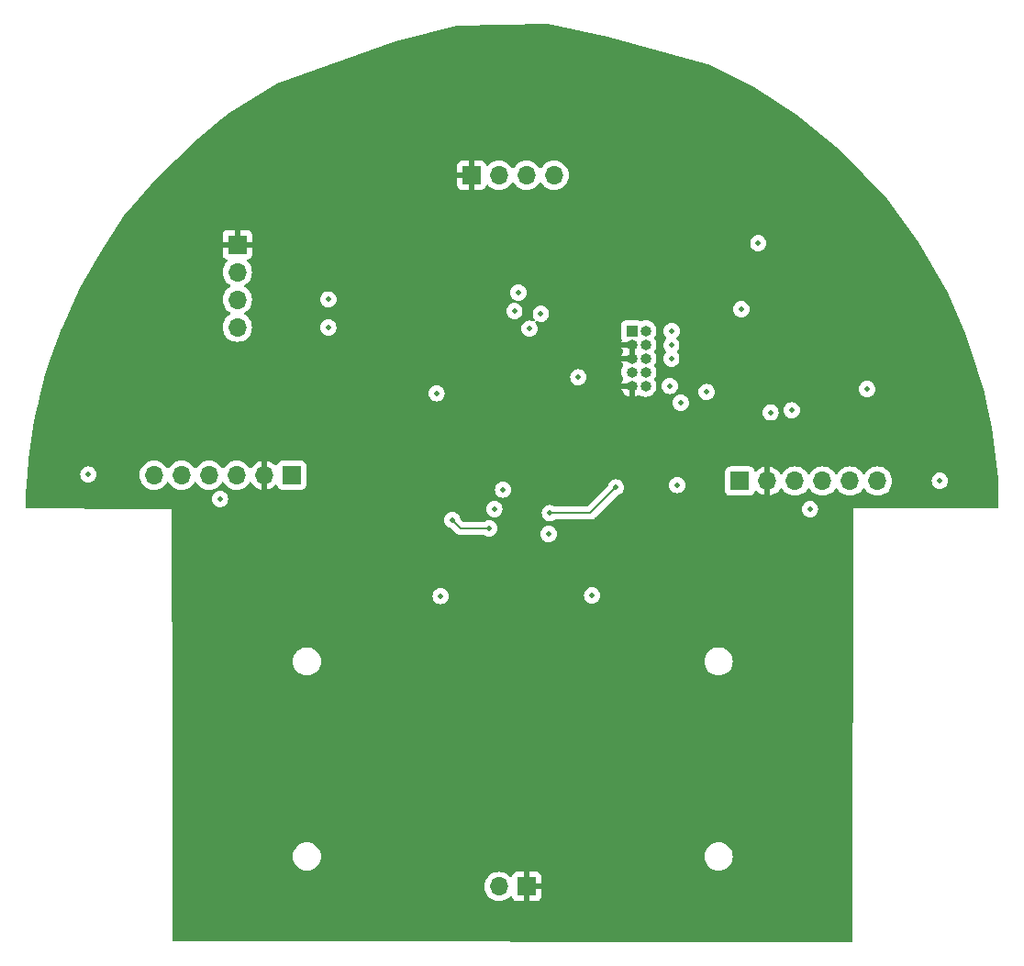
<source format=gbr>
%TF.GenerationSoftware,KiCad,Pcbnew,7.0.10*%
%TF.CreationDate,2024-01-31T17:44:34+01:00*%
%TF.ProjectId,minimouse,6d696e69-6d6f-4757-9365-2e6b69636164,rev?*%
%TF.SameCoordinates,Original*%
%TF.FileFunction,Copper,L2,Bot*%
%TF.FilePolarity,Positive*%
%FSLAX46Y46*%
G04 Gerber Fmt 4.6, Leading zero omitted, Abs format (unit mm)*
G04 Created by KiCad (PCBNEW 7.0.10) date 2024-01-31 17:44:34*
%MOMM*%
%LPD*%
G01*
G04 APERTURE LIST*
%TA.AperFunction,ComponentPad*%
%ADD10R,1.700000X1.700000*%
%TD*%
%TA.AperFunction,ComponentPad*%
%ADD11O,1.700000X1.700000*%
%TD*%
%TA.AperFunction,ComponentPad*%
%ADD12R,1.000000X1.000000*%
%TD*%
%TA.AperFunction,ComponentPad*%
%ADD13O,1.000000X1.000000*%
%TD*%
%TA.AperFunction,ViaPad*%
%ADD14C,0.500000*%
%TD*%
%TA.AperFunction,Conductor*%
%ADD15C,0.200000*%
%TD*%
G04 APERTURE END LIST*
D10*
%TO.P,U4,1,GND*%
%TO.N,GND*%
X146190000Y-69125000D03*
D11*
%TO.P,U4,2,TRIG*%
%TO.N,/mcu/OUT_B9*%
X148730000Y-69125000D03*
%TO.P,U4,3,ECHO*%
%TO.N,Net-(U4-ECHO)*%
X151270000Y-69125000D03*
%TO.P,U4,4,VCC*%
%TO.N,+3.3V*%
X153810000Y-69125000D03*
%TD*%
%TO.P,J4,6,Pin_6*%
%TO.N,/motorB/MB*%
X116900000Y-96800000D03*
%TO.P,J4,5,Pin_5*%
%TO.N,+BATT*%
X119440000Y-96800000D03*
%TO.P,J4,4,Pin_4*%
%TO.N,Net-(J4-Pin_4)*%
X121980000Y-96800000D03*
%TO.P,J4,3,Pin_3*%
%TO.N,Net-(J4-Pin_3)*%
X124520000Y-96800000D03*
%TO.P,J4,2,Pin_2*%
%TO.N,GND*%
X127060000Y-96800000D03*
D10*
%TO.P,J4,1,Pin_1*%
%TO.N,/motorB/MA*%
X129600000Y-96800000D03*
%TD*%
%TO.P,U4,1,GND*%
%TO.N,GND*%
X146190000Y-69125000D03*
D11*
%TO.P,U4,2,TRIG*%
%TO.N,/mcu/OUT_B9*%
X148730000Y-69125000D03*
%TO.P,U4,3,ECHO*%
%TO.N,Net-(U4-ECHO)*%
X151270000Y-69125000D03*
%TO.P,U4,4,VCC*%
%TO.N,+3V3*%
X153810000Y-69125000D03*
%TD*%
D10*
%TO.P,J5,1,Pin_1*%
%TO.N,GND*%
X151270000Y-134775000D03*
D11*
%TO.P,J5,2,Pin_2*%
%TO.N,+BATT*%
X148730000Y-134775000D03*
%TD*%
D10*
%TO.P,J3,1,Pin_1*%
%TO.N,/motorA/MA*%
X170960000Y-97360000D03*
D11*
%TO.P,J3,2,Pin_2*%
%TO.N,GND*%
X173500000Y-97360000D03*
%TO.P,J3,3,Pin_3*%
%TO.N,Net-(J3-Pin_3)*%
X176040000Y-97360000D03*
%TO.P,J3,4,Pin_4*%
%TO.N,Net-(J3-Pin_4)*%
X178580000Y-97360000D03*
%TO.P,J3,5,Pin_5*%
%TO.N,+BATT*%
X181120000Y-97360000D03*
%TO.P,J3,6,Pin_6*%
%TO.N,/motorA/MB*%
X183660000Y-97360000D03*
%TD*%
D12*
%TO.P,J1,1,VTref*%
%TO.N,+3.3V*%
X160990000Y-83510000D03*
D13*
%TO.P,J1,2,SWDIO/TMS*%
%TO.N,/mcu/SWDIO*%
X162260000Y-83510000D03*
%TO.P,J1,3,GND*%
%TO.N,GND*%
X160990000Y-84780000D03*
%TO.P,J1,4,SWDCLK/TCK*%
%TO.N,/mcu/SWDCLK*%
X162260000Y-84780000D03*
%TO.P,J1,5,GND*%
%TO.N,GND*%
X160990000Y-86050000D03*
%TO.P,J1,6,SWO/TDO*%
%TO.N,/mcu/SWO*%
X162260000Y-86050000D03*
%TO.P,J1,7,KEY*%
%TO.N,unconnected-(J1-KEY-Pad7)*%
X160990000Y-87320000D03*
%TO.P,J1,8,NC/TDI*%
%TO.N,unconnected-(J1-NC{slash}TDI-Pad8)*%
X162260000Y-87320000D03*
%TO.P,J1,9,GNDDetect*%
%TO.N,GND*%
X160990000Y-88590000D03*
%TO.P,J1,10,~{RESET}*%
%TO.N,/mcu/~{RESET}*%
X162260000Y-88590000D03*
%TD*%
D10*
%TO.P,J2,1,Pin_1*%
%TO.N,GND*%
X124590000Y-75540000D03*
D11*
%TO.P,J2,2,Pin_2*%
%TO.N,+BATT*%
X124590000Y-78080000D03*
%TO.P,J2,3,Pin_3*%
%TO.N,Net-(J2-Pin_3)*%
X124590000Y-80620000D03*
%TO.P,J2,4,Pin_4*%
%TO.N,/external_uart/EXT_UART_RX*%
X124590000Y-83160000D03*
%TD*%
D14*
%TO.N,+BATT*%
X177420000Y-99960000D03*
X122990000Y-99010000D03*
%TO.N,Net-(C9-Pad1)*%
X165180000Y-97720000D03*
%TO.N,GND*%
X138670000Y-86800000D03*
X137330000Y-90170000D03*
%TO.N,Net-(C9-Pad1)*%
X165500000Y-90130000D03*
%TO.N,GND*%
X141430000Y-81800000D03*
X166150000Y-99300000D03*
%TO.N,Net-(U2-TOFF)*%
X153430000Y-100320000D03*
X159520000Y-97950000D03*
%TO.N,GND*%
X127080000Y-93910000D03*
%TO.N,/mcu/TIM15_CH2*%
X144410000Y-100940000D03*
X147820000Y-101730000D03*
%TO.N,GND*%
X119440000Y-90340000D03*
X170370000Y-104490000D03*
X130350000Y-104430000D03*
%TO.N,/motor_control/REF*%
X182700000Y-88870000D03*
%TO.N,GND*%
X184950000Y-91390000D03*
X155270000Y-74550000D03*
X163130000Y-77290000D03*
X146190000Y-70830000D03*
%TO.N,/mcu/SWO*%
X151550000Y-83290000D03*
X164630000Y-86050000D03*
%TO.N,/mcu/SWDIO*%
X156060000Y-87780000D03*
%TO.N,Net-(U1-PB6)*%
X150150000Y-81670000D03*
%TO.N,/external_uart/EXT_UART_TX*%
X150520000Y-79970000D03*
%TO.N,Net-(U2-TOFF)*%
X167890000Y-89130000D03*
%TO.N,/motor_control/REF*%
X153320000Y-102250000D03*
%TO.N,/mcu/TIM3_CH2*%
X173790000Y-91020000D03*
%TO.N,/mcu/TIM3_CH1*%
X175750000Y-90830000D03*
%TO.N,GND*%
X177880000Y-90710000D03*
X158750000Y-92260000D03*
X164250000Y-94367500D03*
X178130000Y-87520000D03*
X128020000Y-75550000D03*
X132890000Y-78080000D03*
%TO.N,+3.3V*%
X171090000Y-81500000D03*
%TO.N,GND*%
X169100000Y-81660000D03*
%TO.N,+3.3V*%
X172660000Y-75410000D03*
%TO.N,GND*%
X179670000Y-78940000D03*
X178480000Y-83640000D03*
X158610000Y-86080000D03*
X158490000Y-88580000D03*
%TO.N,/mcu/~{RESET}*%
X164490000Y-88570000D03*
%TO.N,/mcu/SWDCLK*%
X164630000Y-84830000D03*
%TO.N,/mcu/SWDIO*%
X164680000Y-83510000D03*
%TO.N,/mcu/SWDCLK*%
X152600000Y-81920000D03*
%TO.N,/motorA/MB*%
X189410000Y-97340000D03*
X157320000Y-107920000D03*
%TO.N,/motorB/MB*%
X143360000Y-107970000D03*
X110840000Y-96760000D03*
%TO.N,GND*%
X150230000Y-109120000D03*
X152310000Y-112270000D03*
X153760000Y-132260000D03*
X178570000Y-77590000D03*
%TO.N,/mcu/~{RESET}*%
X142970000Y-89250000D03*
%TO.N,/mcu/TIM3_CH1*%
X148300000Y-99940000D03*
%TO.N,/mcu/TIM3_CH2*%
X149110000Y-98150000D03*
%TO.N,Net-(U1-PB6)*%
X132980000Y-83180000D03*
%TO.N,/external_uart/EXT_UART_TX*%
X132990000Y-80600000D03*
%TD*%
D15*
%TO.N,Net-(U2-TOFF)*%
X157150000Y-100320000D02*
X153430000Y-100320000D01*
X159520000Y-97950000D02*
X157150000Y-100320000D01*
%TO.N,/mcu/TIM15_CH2*%
X147820000Y-101730000D02*
X145200000Y-101730000D01*
X145200000Y-101730000D02*
X144410000Y-100940000D01*
%TD*%
%TA.AperFunction,Conductor*%
%TO.N,GND*%
G36*
X153274437Y-55163205D02*
G01*
X158707178Y-56369373D01*
X158712784Y-56370756D01*
X168008043Y-58896750D01*
X168031072Y-58905549D01*
X172243984Y-61016985D01*
X172255657Y-61023651D01*
X176164664Y-63546556D01*
X176174957Y-63553973D01*
X176593669Y-63889558D01*
X180243689Y-66814942D01*
X180255596Y-66825830D01*
X184554154Y-71303910D01*
X184564970Y-71316832D01*
X187466217Y-75304800D01*
X187473221Y-75315556D01*
X190156210Y-79943463D01*
X190162967Y-79956947D01*
X191857836Y-83924934D01*
X191861706Y-83935238D01*
X192366958Y-85486393D01*
X193400394Y-88659109D01*
X193428006Y-88743878D01*
X193431350Y-88756300D01*
X193729902Y-90149545D01*
X194208862Y-92384689D01*
X194210669Y-92395386D01*
X194799137Y-97133057D01*
X194800076Y-97146979D01*
X194828622Y-99744637D01*
X194809675Y-99811889D01*
X194757377Y-99858222D01*
X194704629Y-99870000D01*
X181410000Y-99870000D01*
X181360154Y-139766095D01*
X181340386Y-139833110D01*
X181287524Y-139878799D01*
X181236095Y-139889940D01*
X118733849Y-139860059D01*
X118666819Y-139840342D01*
X118621089Y-139787517D01*
X118609908Y-139736152D01*
X118606248Y-134775000D01*
X147374341Y-134775000D01*
X147394936Y-135010403D01*
X147394938Y-135010413D01*
X147456094Y-135238655D01*
X147456096Y-135238659D01*
X147456097Y-135238663D01*
X147555965Y-135452830D01*
X147555967Y-135452834D01*
X147664281Y-135607521D01*
X147691505Y-135646401D01*
X147858599Y-135813495D01*
X147935135Y-135867086D01*
X148052165Y-135949032D01*
X148052167Y-135949033D01*
X148052170Y-135949035D01*
X148266337Y-136048903D01*
X148494592Y-136110063D01*
X148665319Y-136125000D01*
X148729999Y-136130659D01*
X148730000Y-136130659D01*
X148730001Y-136130659D01*
X148794681Y-136125000D01*
X148965408Y-136110063D01*
X149193663Y-136048903D01*
X149407830Y-135949035D01*
X149601401Y-135813495D01*
X149723717Y-135691178D01*
X149785036Y-135657696D01*
X149854728Y-135662680D01*
X149910662Y-135704551D01*
X149927577Y-135735528D01*
X149976646Y-135867088D01*
X149976649Y-135867093D01*
X150062809Y-135982187D01*
X150062812Y-135982190D01*
X150177906Y-136068350D01*
X150177913Y-136068354D01*
X150312620Y-136118596D01*
X150312627Y-136118598D01*
X150372155Y-136124999D01*
X150372172Y-136125000D01*
X151020000Y-136125000D01*
X151020000Y-135210501D01*
X151127685Y-135259680D01*
X151234237Y-135275000D01*
X151305763Y-135275000D01*
X151412315Y-135259680D01*
X151520000Y-135210501D01*
X151520000Y-136125000D01*
X152167828Y-136125000D01*
X152167844Y-136124999D01*
X152227372Y-136118598D01*
X152227379Y-136118596D01*
X152362086Y-136068354D01*
X152362093Y-136068350D01*
X152477187Y-135982190D01*
X152477190Y-135982187D01*
X152563350Y-135867093D01*
X152563354Y-135867086D01*
X152613596Y-135732379D01*
X152613598Y-135732372D01*
X152619999Y-135672844D01*
X152620000Y-135672827D01*
X152620000Y-135025000D01*
X151703686Y-135025000D01*
X151729493Y-134984844D01*
X151770000Y-134846889D01*
X151770000Y-134703111D01*
X151729493Y-134565156D01*
X151703686Y-134525000D01*
X152620000Y-134525000D01*
X152620000Y-133877172D01*
X152619999Y-133877155D01*
X152613598Y-133817627D01*
X152613596Y-133817620D01*
X152563354Y-133682913D01*
X152563350Y-133682906D01*
X152477190Y-133567812D01*
X152477187Y-133567809D01*
X152362093Y-133481649D01*
X152362086Y-133481645D01*
X152227379Y-133431403D01*
X152227372Y-133431401D01*
X152167844Y-133425000D01*
X151520000Y-133425000D01*
X151520000Y-134339498D01*
X151412315Y-134290320D01*
X151305763Y-134275000D01*
X151234237Y-134275000D01*
X151127685Y-134290320D01*
X151020000Y-134339498D01*
X151020000Y-133425000D01*
X150372155Y-133425000D01*
X150312627Y-133431401D01*
X150312620Y-133431403D01*
X150177913Y-133481645D01*
X150177906Y-133481649D01*
X150062812Y-133567809D01*
X150062809Y-133567812D01*
X149976649Y-133682906D01*
X149976645Y-133682913D01*
X149927578Y-133814470D01*
X149885707Y-133870404D01*
X149820242Y-133894821D01*
X149751969Y-133879969D01*
X149723715Y-133858819D01*
X149679366Y-133814470D01*
X149601401Y-133736505D01*
X149601397Y-133736502D01*
X149601396Y-133736501D01*
X149407834Y-133600967D01*
X149407830Y-133600965D01*
X149336727Y-133567809D01*
X149193663Y-133501097D01*
X149193659Y-133501096D01*
X149193655Y-133501094D01*
X148965413Y-133439938D01*
X148965403Y-133439936D01*
X148730001Y-133419341D01*
X148729999Y-133419341D01*
X148494596Y-133439936D01*
X148494586Y-133439938D01*
X148266344Y-133501094D01*
X148266335Y-133501098D01*
X148052171Y-133600964D01*
X148052169Y-133600965D01*
X147858597Y-133736505D01*
X147691505Y-133903597D01*
X147555965Y-134097169D01*
X147555964Y-134097171D01*
X147456098Y-134311335D01*
X147456094Y-134311344D01*
X147394938Y-134539586D01*
X147394936Y-134539596D01*
X147374341Y-134774999D01*
X147374341Y-134775000D01*
X118606248Y-134775000D01*
X118604201Y-132000001D01*
X129694532Y-132000001D01*
X129714364Y-132226686D01*
X129714366Y-132226697D01*
X129773258Y-132446488D01*
X129773261Y-132446497D01*
X129869431Y-132652732D01*
X129869432Y-132652734D01*
X129999954Y-132839141D01*
X130160858Y-133000045D01*
X130160861Y-133000047D01*
X130347266Y-133130568D01*
X130553504Y-133226739D01*
X130773308Y-133285635D01*
X130943214Y-133300499D01*
X130943215Y-133300500D01*
X130943216Y-133300500D01*
X131056785Y-133300500D01*
X131056785Y-133300499D01*
X131226692Y-133285635D01*
X131446496Y-133226739D01*
X131652734Y-133130568D01*
X131839139Y-133000047D01*
X132000047Y-132839139D01*
X132130568Y-132652734D01*
X132226739Y-132446496D01*
X132285635Y-132226692D01*
X132305468Y-132000001D01*
X167694532Y-132000001D01*
X167714364Y-132226686D01*
X167714366Y-132226697D01*
X167773258Y-132446488D01*
X167773261Y-132446497D01*
X167869431Y-132652732D01*
X167869432Y-132652734D01*
X167999954Y-132839141D01*
X168160858Y-133000045D01*
X168160861Y-133000047D01*
X168347266Y-133130568D01*
X168553504Y-133226739D01*
X168773308Y-133285635D01*
X168943214Y-133300499D01*
X168943215Y-133300500D01*
X168943216Y-133300500D01*
X169056785Y-133300500D01*
X169056785Y-133300499D01*
X169226692Y-133285635D01*
X169446496Y-133226739D01*
X169652734Y-133130568D01*
X169839139Y-133000047D01*
X170000047Y-132839139D01*
X170130568Y-132652734D01*
X170226739Y-132446496D01*
X170285635Y-132226692D01*
X170305468Y-132000000D01*
X170285635Y-131773308D01*
X170226739Y-131553504D01*
X170130568Y-131347266D01*
X170000047Y-131160861D01*
X170000045Y-131160858D01*
X169839141Y-130999954D01*
X169652734Y-130869432D01*
X169652732Y-130869431D01*
X169446497Y-130773261D01*
X169446488Y-130773258D01*
X169226697Y-130714366D01*
X169226687Y-130714364D01*
X169056785Y-130699500D01*
X169056784Y-130699500D01*
X168943216Y-130699500D01*
X168943215Y-130699500D01*
X168773312Y-130714364D01*
X168773302Y-130714366D01*
X168553511Y-130773258D01*
X168553502Y-130773261D01*
X168347267Y-130869431D01*
X168347265Y-130869432D01*
X168160858Y-130999954D01*
X167999954Y-131160858D01*
X167869432Y-131347265D01*
X167869431Y-131347267D01*
X167773261Y-131553502D01*
X167773258Y-131553511D01*
X167714366Y-131773302D01*
X167714364Y-131773313D01*
X167694532Y-131999998D01*
X167694532Y-132000001D01*
X132305468Y-132000001D01*
X132305468Y-132000000D01*
X132285635Y-131773308D01*
X132226739Y-131553504D01*
X132130568Y-131347266D01*
X132000047Y-131160861D01*
X132000045Y-131160858D01*
X131839141Y-130999954D01*
X131652734Y-130869432D01*
X131652732Y-130869431D01*
X131446497Y-130773261D01*
X131446488Y-130773258D01*
X131226697Y-130714366D01*
X131226687Y-130714364D01*
X131056785Y-130699500D01*
X131056784Y-130699500D01*
X130943216Y-130699500D01*
X130943215Y-130699500D01*
X130773312Y-130714364D01*
X130773302Y-130714366D01*
X130553511Y-130773258D01*
X130553502Y-130773261D01*
X130347267Y-130869431D01*
X130347265Y-130869432D01*
X130160858Y-130999954D01*
X129999954Y-131160858D01*
X129869432Y-131347265D01*
X129869431Y-131347267D01*
X129773261Y-131553502D01*
X129773258Y-131553511D01*
X129714366Y-131773302D01*
X129714364Y-131773313D01*
X129694532Y-131999998D01*
X129694532Y-132000001D01*
X118604201Y-132000001D01*
X118590922Y-114000001D01*
X129694532Y-114000001D01*
X129714364Y-114226686D01*
X129714366Y-114226697D01*
X129773258Y-114446488D01*
X129773261Y-114446497D01*
X129869431Y-114652732D01*
X129869432Y-114652734D01*
X129999954Y-114839141D01*
X130160858Y-115000045D01*
X130160861Y-115000047D01*
X130347266Y-115130568D01*
X130553504Y-115226739D01*
X130773308Y-115285635D01*
X130943214Y-115300499D01*
X130943215Y-115300500D01*
X130943216Y-115300500D01*
X131056785Y-115300500D01*
X131056785Y-115300499D01*
X131226692Y-115285635D01*
X131446496Y-115226739D01*
X131652734Y-115130568D01*
X131839139Y-115000047D01*
X132000047Y-114839139D01*
X132130568Y-114652734D01*
X132226739Y-114446496D01*
X132285635Y-114226692D01*
X132305468Y-114000001D01*
X167694532Y-114000001D01*
X167714364Y-114226686D01*
X167714366Y-114226697D01*
X167773258Y-114446488D01*
X167773261Y-114446497D01*
X167869431Y-114652732D01*
X167869432Y-114652734D01*
X167999954Y-114839141D01*
X168160858Y-115000045D01*
X168160861Y-115000047D01*
X168347266Y-115130568D01*
X168553504Y-115226739D01*
X168773308Y-115285635D01*
X168943214Y-115300499D01*
X168943215Y-115300500D01*
X168943216Y-115300500D01*
X169056785Y-115300500D01*
X169056785Y-115300499D01*
X169226692Y-115285635D01*
X169446496Y-115226739D01*
X169652734Y-115130568D01*
X169839139Y-115000047D01*
X170000047Y-114839139D01*
X170130568Y-114652734D01*
X170226739Y-114446496D01*
X170285635Y-114226692D01*
X170305468Y-114000000D01*
X170285635Y-113773308D01*
X170226739Y-113553504D01*
X170130568Y-113347266D01*
X170000047Y-113160861D01*
X170000045Y-113160858D01*
X169839141Y-112999954D01*
X169652734Y-112869432D01*
X169652732Y-112869431D01*
X169446497Y-112773261D01*
X169446488Y-112773258D01*
X169226697Y-112714366D01*
X169226687Y-112714364D01*
X169056785Y-112699500D01*
X169056784Y-112699500D01*
X168943216Y-112699500D01*
X168943215Y-112699500D01*
X168773312Y-112714364D01*
X168773302Y-112714366D01*
X168553511Y-112773258D01*
X168553502Y-112773261D01*
X168347267Y-112869431D01*
X168347265Y-112869432D01*
X168160858Y-112999954D01*
X167999954Y-113160858D01*
X167869432Y-113347265D01*
X167869431Y-113347267D01*
X167773261Y-113553502D01*
X167773258Y-113553511D01*
X167714366Y-113773302D01*
X167714364Y-113773313D01*
X167694532Y-113999998D01*
X167694532Y-114000001D01*
X132305468Y-114000001D01*
X132305468Y-114000000D01*
X132285635Y-113773308D01*
X132226739Y-113553504D01*
X132130568Y-113347266D01*
X132000047Y-113160861D01*
X132000045Y-113160858D01*
X131839141Y-112999954D01*
X131652734Y-112869432D01*
X131652732Y-112869431D01*
X131446497Y-112773261D01*
X131446488Y-112773258D01*
X131226697Y-112714366D01*
X131226687Y-112714364D01*
X131056785Y-112699500D01*
X131056784Y-112699500D01*
X130943216Y-112699500D01*
X130943215Y-112699500D01*
X130773312Y-112714364D01*
X130773302Y-112714366D01*
X130553511Y-112773258D01*
X130553502Y-112773261D01*
X130347267Y-112869431D01*
X130347265Y-112869432D01*
X130160858Y-112999954D01*
X129999954Y-113160858D01*
X129869432Y-113347265D01*
X129869431Y-113347267D01*
X129773261Y-113553502D01*
X129773258Y-113553511D01*
X129714366Y-113773302D01*
X129714364Y-113773313D01*
X129694532Y-113999998D01*
X129694532Y-114000001D01*
X118590922Y-114000001D01*
X118590000Y-112750000D01*
X118560125Y-107970002D01*
X142604751Y-107970002D01*
X142623685Y-108138056D01*
X142679545Y-108297694D01*
X142679547Y-108297697D01*
X142769518Y-108440884D01*
X142769523Y-108440890D01*
X142889109Y-108560476D01*
X142889115Y-108560481D01*
X143032302Y-108650452D01*
X143032305Y-108650454D01*
X143032309Y-108650455D01*
X143032310Y-108650456D01*
X143103165Y-108675249D01*
X143191943Y-108706314D01*
X143359997Y-108725249D01*
X143360000Y-108725249D01*
X143360003Y-108725249D01*
X143528056Y-108706314D01*
X143528059Y-108706313D01*
X143687690Y-108650456D01*
X143687692Y-108650454D01*
X143687694Y-108650454D01*
X143687697Y-108650452D01*
X143830884Y-108560481D01*
X143830885Y-108560480D01*
X143830890Y-108560477D01*
X143950477Y-108440890D01*
X143950481Y-108440884D01*
X144040452Y-108297697D01*
X144040454Y-108297694D01*
X144040454Y-108297692D01*
X144040456Y-108297690D01*
X144096313Y-108138059D01*
X144096313Y-108138058D01*
X144096314Y-108138056D01*
X144115249Y-107970002D01*
X144115249Y-107969997D01*
X144109616Y-107920002D01*
X156564751Y-107920002D01*
X156583685Y-108088056D01*
X156639545Y-108247694D01*
X156639547Y-108247697D01*
X156729518Y-108390884D01*
X156729523Y-108390890D01*
X156849109Y-108510476D01*
X156849115Y-108510481D01*
X156992302Y-108600452D01*
X156992305Y-108600454D01*
X156992309Y-108600455D01*
X156992310Y-108600456D01*
X157064913Y-108625860D01*
X157151943Y-108656314D01*
X157319997Y-108675249D01*
X157320000Y-108675249D01*
X157320003Y-108675249D01*
X157488056Y-108656314D01*
X157504809Y-108650452D01*
X157647690Y-108600456D01*
X157647692Y-108600454D01*
X157647694Y-108600454D01*
X157647697Y-108600452D01*
X157790884Y-108510481D01*
X157790885Y-108510480D01*
X157790890Y-108510477D01*
X157910477Y-108390890D01*
X157910481Y-108390884D01*
X158000452Y-108247697D01*
X158000454Y-108247694D01*
X158000454Y-108247692D01*
X158000456Y-108247690D01*
X158056313Y-108088059D01*
X158056313Y-108088058D01*
X158056314Y-108088056D01*
X158075249Y-107920002D01*
X158075249Y-107919997D01*
X158056314Y-107751943D01*
X158000454Y-107592305D01*
X158000452Y-107592302D01*
X157910481Y-107449115D01*
X157910476Y-107449109D01*
X157790890Y-107329523D01*
X157790884Y-107329518D01*
X157647697Y-107239547D01*
X157647694Y-107239545D01*
X157488056Y-107183685D01*
X157320003Y-107164751D01*
X157319997Y-107164751D01*
X157151943Y-107183685D01*
X156992305Y-107239545D01*
X156992302Y-107239547D01*
X156849115Y-107329518D01*
X156849109Y-107329523D01*
X156729523Y-107449109D01*
X156729518Y-107449115D01*
X156639547Y-107592302D01*
X156639545Y-107592305D01*
X156583685Y-107751943D01*
X156564751Y-107919997D01*
X156564751Y-107920002D01*
X144109616Y-107920002D01*
X144096314Y-107801943D01*
X144040454Y-107642305D01*
X144040452Y-107642302D01*
X143950481Y-107499115D01*
X143950476Y-107499109D01*
X143830890Y-107379523D01*
X143830884Y-107379518D01*
X143687697Y-107289547D01*
X143687694Y-107289545D01*
X143528056Y-107233685D01*
X143360003Y-107214751D01*
X143359997Y-107214751D01*
X143191943Y-107233685D01*
X143032305Y-107289545D01*
X143032302Y-107289547D01*
X142889115Y-107379518D01*
X142889109Y-107379523D01*
X142769523Y-107499109D01*
X142769518Y-107499115D01*
X142679547Y-107642302D01*
X142679545Y-107642305D01*
X142623685Y-107801943D01*
X142604751Y-107969997D01*
X142604751Y-107970002D01*
X118560125Y-107970002D01*
X118516188Y-100940002D01*
X143654751Y-100940002D01*
X143673685Y-101108056D01*
X143729545Y-101267694D01*
X143729547Y-101267697D01*
X143819518Y-101410884D01*
X143819523Y-101410890D01*
X143939109Y-101530476D01*
X143939115Y-101530481D01*
X144082302Y-101620452D01*
X144082308Y-101620455D01*
X144082310Y-101620456D01*
X144241941Y-101676313D01*
X144260961Y-101678455D01*
X144325373Y-101705520D01*
X144334760Y-101713995D01*
X144741799Y-102121034D01*
X144752493Y-102133228D01*
X144771715Y-102158279D01*
X144771716Y-102158280D01*
X144771718Y-102158282D01*
X144827246Y-102200890D01*
X144897159Y-102254536D01*
X145043238Y-102315044D01*
X145121619Y-102325363D01*
X145199999Y-102335682D01*
X145200000Y-102335682D01*
X145231302Y-102331560D01*
X145247487Y-102330500D01*
X147329337Y-102330500D01*
X147395308Y-102349505D01*
X147492310Y-102410456D01*
X147613621Y-102452904D01*
X147651943Y-102466314D01*
X147819997Y-102485249D01*
X147820000Y-102485249D01*
X147820003Y-102485249D01*
X147988056Y-102466314D01*
X147988059Y-102466313D01*
X148147690Y-102410456D01*
X148147692Y-102410454D01*
X148147694Y-102410454D01*
X148147697Y-102410452D01*
X148290884Y-102320481D01*
X148290885Y-102320480D01*
X148290890Y-102320477D01*
X148361365Y-102250002D01*
X152564751Y-102250002D01*
X152583685Y-102418056D01*
X152639545Y-102577694D01*
X152639547Y-102577697D01*
X152729518Y-102720884D01*
X152729523Y-102720890D01*
X152849109Y-102840476D01*
X152849115Y-102840481D01*
X152992302Y-102930452D01*
X152992305Y-102930454D01*
X152992309Y-102930455D01*
X152992310Y-102930456D01*
X153064913Y-102955860D01*
X153151943Y-102986314D01*
X153319997Y-103005249D01*
X153320000Y-103005249D01*
X153320003Y-103005249D01*
X153488056Y-102986314D01*
X153488059Y-102986313D01*
X153647690Y-102930456D01*
X153647692Y-102930454D01*
X153647694Y-102930454D01*
X153647697Y-102930452D01*
X153790884Y-102840481D01*
X153790885Y-102840480D01*
X153790890Y-102840477D01*
X153910477Y-102720890D01*
X154000452Y-102577697D01*
X154000454Y-102577694D01*
X154000454Y-102577692D01*
X154000456Y-102577690D01*
X154056313Y-102418059D01*
X154056313Y-102418058D01*
X154056314Y-102418056D01*
X154075249Y-102250002D01*
X154075249Y-102249997D01*
X154056314Y-102081943D01*
X154000454Y-101922305D01*
X154000452Y-101922302D01*
X153910481Y-101779115D01*
X153910476Y-101779109D01*
X153790890Y-101659523D01*
X153790884Y-101659518D01*
X153647697Y-101569547D01*
X153647694Y-101569545D01*
X153488056Y-101513685D01*
X153320003Y-101494751D01*
X153319997Y-101494751D01*
X153151943Y-101513685D01*
X152992305Y-101569545D01*
X152992302Y-101569547D01*
X152849115Y-101659518D01*
X152849109Y-101659523D01*
X152729523Y-101779109D01*
X152729518Y-101779115D01*
X152639547Y-101922302D01*
X152639545Y-101922305D01*
X152583685Y-102081943D01*
X152564751Y-102249997D01*
X152564751Y-102250002D01*
X148361365Y-102250002D01*
X148410477Y-102200890D01*
X148437250Y-102158282D01*
X148500452Y-102057697D01*
X148500454Y-102057694D01*
X148500454Y-102057692D01*
X148500456Y-102057690D01*
X148556313Y-101898059D01*
X148556313Y-101898058D01*
X148556314Y-101898056D01*
X148575249Y-101730002D01*
X148575249Y-101729997D01*
X148556314Y-101561943D01*
X148500454Y-101402305D01*
X148500452Y-101402302D01*
X148410481Y-101259115D01*
X148410476Y-101259109D01*
X148290890Y-101139523D01*
X148290884Y-101139518D01*
X148147697Y-101049547D01*
X148147694Y-101049545D01*
X147988056Y-100993685D01*
X147820003Y-100974751D01*
X147819997Y-100974751D01*
X147651943Y-100993685D01*
X147492307Y-101049545D01*
X147422862Y-101093181D01*
X147396390Y-101109815D01*
X147395309Y-101110494D01*
X147329337Y-101129500D01*
X145500097Y-101129500D01*
X145433058Y-101109815D01*
X145412416Y-101093181D01*
X145183995Y-100864760D01*
X145150510Y-100803437D01*
X145148457Y-100790973D01*
X145146313Y-100771941D01*
X145090456Y-100612310D01*
X145090453Y-100612305D01*
X145090452Y-100612302D01*
X145000481Y-100469115D01*
X145000476Y-100469109D01*
X144880890Y-100349523D01*
X144880884Y-100349518D01*
X144737697Y-100259547D01*
X144737694Y-100259545D01*
X144578056Y-100203685D01*
X144410003Y-100184751D01*
X144409997Y-100184751D01*
X144241943Y-100203685D01*
X144082305Y-100259545D01*
X144082302Y-100259547D01*
X143939115Y-100349518D01*
X143939109Y-100349523D01*
X143819523Y-100469109D01*
X143819518Y-100469115D01*
X143729547Y-100612302D01*
X143729545Y-100612305D01*
X143673685Y-100771943D01*
X143654751Y-100939997D01*
X143654751Y-100940002D01*
X118516188Y-100940002D01*
X118510000Y-99950000D01*
X118509999Y-99949999D01*
X118510000Y-99949999D01*
X115816785Y-99940002D01*
X147544751Y-99940002D01*
X147563685Y-100108056D01*
X147619545Y-100267694D01*
X147619547Y-100267697D01*
X147709518Y-100410884D01*
X147709523Y-100410890D01*
X147829109Y-100530476D01*
X147829115Y-100530481D01*
X147972302Y-100620452D01*
X147972305Y-100620454D01*
X147972309Y-100620455D01*
X147972310Y-100620456D01*
X148029456Y-100640452D01*
X148131943Y-100676314D01*
X148299997Y-100695249D01*
X148300000Y-100695249D01*
X148300003Y-100695249D01*
X148468056Y-100676314D01*
X148468059Y-100676313D01*
X148627690Y-100620456D01*
X148627692Y-100620454D01*
X148627694Y-100620454D01*
X148627697Y-100620452D01*
X148770884Y-100530481D01*
X148770885Y-100530480D01*
X148770890Y-100530477D01*
X148890477Y-100410890D01*
X148947586Y-100320002D01*
X152674751Y-100320002D01*
X152693685Y-100488056D01*
X152749545Y-100647694D01*
X152749547Y-100647697D01*
X152839518Y-100790884D01*
X152839523Y-100790890D01*
X152959109Y-100910476D01*
X152959115Y-100910481D01*
X153102302Y-101000452D01*
X153102305Y-101000454D01*
X153102309Y-101000455D01*
X153102310Y-101000456D01*
X153174913Y-101025860D01*
X153261943Y-101056314D01*
X153429997Y-101075249D01*
X153430000Y-101075249D01*
X153430003Y-101075249D01*
X153598056Y-101056314D01*
X153617395Y-101049547D01*
X153757690Y-101000456D01*
X153854691Y-100939505D01*
X153920663Y-100920500D01*
X157102513Y-100920500D01*
X157118697Y-100921560D01*
X157150000Y-100925682D01*
X157150001Y-100925682D01*
X157202254Y-100918802D01*
X157306762Y-100905044D01*
X157452841Y-100844536D01*
X157532799Y-100783182D01*
X157578282Y-100748282D01*
X157597509Y-100723223D01*
X157608190Y-100711043D01*
X158359231Y-99960002D01*
X176664751Y-99960002D01*
X176683685Y-100128056D01*
X176739545Y-100287694D01*
X176739547Y-100287697D01*
X176829518Y-100430884D01*
X176829523Y-100430890D01*
X176949109Y-100550476D01*
X176949115Y-100550481D01*
X177092302Y-100640452D01*
X177092305Y-100640454D01*
X177092309Y-100640455D01*
X177092310Y-100640456D01*
X177113004Y-100647697D01*
X177251943Y-100696314D01*
X177419997Y-100715249D01*
X177420000Y-100715249D01*
X177420003Y-100715249D01*
X177588056Y-100696314D01*
X177591100Y-100695249D01*
X177747690Y-100640456D01*
X177747692Y-100640454D01*
X177747694Y-100640454D01*
X177747697Y-100640452D01*
X177890884Y-100550481D01*
X177890885Y-100550480D01*
X177890890Y-100550477D01*
X178010477Y-100430890D01*
X178080153Y-100320002D01*
X178100452Y-100287697D01*
X178100454Y-100287694D01*
X178100454Y-100287692D01*
X178100456Y-100287690D01*
X178156313Y-100128059D01*
X178156313Y-100128058D01*
X178156314Y-100128056D01*
X178175249Y-99960002D01*
X178175249Y-99959997D01*
X178156314Y-99791943D01*
X178102988Y-99639547D01*
X178100456Y-99632310D01*
X178100455Y-99632309D01*
X178100454Y-99632305D01*
X178100452Y-99632302D01*
X178010481Y-99489115D01*
X178010476Y-99489109D01*
X177890890Y-99369523D01*
X177890884Y-99369518D01*
X177747697Y-99279547D01*
X177747694Y-99279545D01*
X177588056Y-99223685D01*
X177420003Y-99204751D01*
X177419997Y-99204751D01*
X177251943Y-99223685D01*
X177092305Y-99279545D01*
X177092302Y-99279547D01*
X176949115Y-99369518D01*
X176949109Y-99369523D01*
X176829523Y-99489109D01*
X176829518Y-99489115D01*
X176739547Y-99632302D01*
X176739545Y-99632305D01*
X176683685Y-99791943D01*
X176664751Y-99959997D01*
X176664751Y-99960002D01*
X158359231Y-99960002D01*
X159595240Y-98723993D01*
X159656561Y-98690510D01*
X159669024Y-98688457D01*
X159688059Y-98686313D01*
X159847690Y-98630456D01*
X159847693Y-98630453D01*
X159847697Y-98630452D01*
X159990884Y-98540481D01*
X159990885Y-98540480D01*
X159990890Y-98540477D01*
X160110477Y-98420890D01*
X160167872Y-98329547D01*
X160200452Y-98277697D01*
X160200454Y-98277694D01*
X160200454Y-98277692D01*
X160200456Y-98277690D01*
X160256313Y-98118059D01*
X160256313Y-98118058D01*
X160256314Y-98118056D01*
X160275249Y-97950002D01*
X160275249Y-97949997D01*
X160256314Y-97781943D01*
X160234640Y-97720002D01*
X164424751Y-97720002D01*
X164443685Y-97888056D01*
X164499545Y-98047694D01*
X164499547Y-98047697D01*
X164589518Y-98190884D01*
X164589523Y-98190890D01*
X164709109Y-98310476D01*
X164709115Y-98310481D01*
X164852302Y-98400452D01*
X164852305Y-98400454D01*
X164852309Y-98400455D01*
X164852310Y-98400456D01*
X164906801Y-98419523D01*
X165011943Y-98456314D01*
X165179997Y-98475249D01*
X165180000Y-98475249D01*
X165180003Y-98475249D01*
X165348056Y-98456314D01*
X165348059Y-98456313D01*
X165507690Y-98400456D01*
X165507692Y-98400454D01*
X165507694Y-98400454D01*
X165507697Y-98400452D01*
X165650884Y-98310481D01*
X165650885Y-98310480D01*
X165650890Y-98310477D01*
X165703497Y-98257870D01*
X169609500Y-98257870D01*
X169609501Y-98257876D01*
X169615908Y-98317483D01*
X169666202Y-98452328D01*
X169666206Y-98452335D01*
X169752452Y-98567544D01*
X169752455Y-98567547D01*
X169867664Y-98653793D01*
X169867671Y-98653797D01*
X170002517Y-98704091D01*
X170002516Y-98704091D01*
X170009444Y-98704835D01*
X170062127Y-98710500D01*
X171857872Y-98710499D01*
X171917483Y-98704091D01*
X172052331Y-98653796D01*
X172167546Y-98567546D01*
X172253796Y-98452331D01*
X172303002Y-98320401D01*
X172344872Y-98264468D01*
X172410337Y-98240050D01*
X172478610Y-98254901D01*
X172506865Y-98276053D01*
X172628917Y-98398105D01*
X172822421Y-98533600D01*
X173036507Y-98633429D01*
X173036516Y-98633433D01*
X173250000Y-98690634D01*
X173250000Y-97795501D01*
X173357685Y-97844680D01*
X173464237Y-97860000D01*
X173535763Y-97860000D01*
X173642315Y-97844680D01*
X173750000Y-97795501D01*
X173750000Y-98690633D01*
X173963483Y-98633433D01*
X173963492Y-98633429D01*
X174177578Y-98533600D01*
X174371082Y-98398105D01*
X174538105Y-98231082D01*
X174668119Y-98045405D01*
X174722696Y-98001781D01*
X174792195Y-97994588D01*
X174854549Y-98026110D01*
X174871269Y-98045405D01*
X175001505Y-98231401D01*
X175168599Y-98398495D01*
X175251172Y-98456313D01*
X175362165Y-98534032D01*
X175362167Y-98534033D01*
X175362170Y-98534035D01*
X175576337Y-98633903D01*
X175804592Y-98695063D01*
X175981034Y-98710500D01*
X176039999Y-98715659D01*
X176040000Y-98715659D01*
X176040001Y-98715659D01*
X176098966Y-98710500D01*
X176275408Y-98695063D01*
X176503663Y-98633903D01*
X176717830Y-98534035D01*
X176911401Y-98398495D01*
X177078495Y-98231401D01*
X177208425Y-98045842D01*
X177263002Y-98002217D01*
X177332500Y-97995023D01*
X177394855Y-98026546D01*
X177411575Y-98045842D01*
X177541500Y-98231395D01*
X177541505Y-98231401D01*
X177708599Y-98398495D01*
X177791172Y-98456313D01*
X177902165Y-98534032D01*
X177902167Y-98534033D01*
X177902170Y-98534035D01*
X178116337Y-98633903D01*
X178344592Y-98695063D01*
X178521034Y-98710500D01*
X178579999Y-98715659D01*
X178580000Y-98715659D01*
X178580001Y-98715659D01*
X178638966Y-98710500D01*
X178815408Y-98695063D01*
X179043663Y-98633903D01*
X179257830Y-98534035D01*
X179451401Y-98398495D01*
X179618495Y-98231401D01*
X179748425Y-98045842D01*
X179803002Y-98002217D01*
X179872500Y-97995023D01*
X179934855Y-98026546D01*
X179951575Y-98045842D01*
X180081500Y-98231395D01*
X180081505Y-98231401D01*
X180248599Y-98398495D01*
X180331172Y-98456313D01*
X180442165Y-98534032D01*
X180442167Y-98534033D01*
X180442170Y-98534035D01*
X180656337Y-98633903D01*
X180884592Y-98695063D01*
X181061034Y-98710500D01*
X181119999Y-98715659D01*
X181120000Y-98715659D01*
X181120001Y-98715659D01*
X181178966Y-98710500D01*
X181355408Y-98695063D01*
X181583663Y-98633903D01*
X181797830Y-98534035D01*
X181991401Y-98398495D01*
X182158495Y-98231401D01*
X182288425Y-98045842D01*
X182343002Y-98002217D01*
X182412500Y-97995023D01*
X182474855Y-98026546D01*
X182491575Y-98045842D01*
X182621500Y-98231395D01*
X182621505Y-98231401D01*
X182788599Y-98398495D01*
X182871172Y-98456313D01*
X182982165Y-98534032D01*
X182982167Y-98534033D01*
X182982170Y-98534035D01*
X183196337Y-98633903D01*
X183424592Y-98695063D01*
X183601034Y-98710500D01*
X183659999Y-98715659D01*
X183660000Y-98715659D01*
X183660001Y-98715659D01*
X183718966Y-98710500D01*
X183895408Y-98695063D01*
X184123663Y-98633903D01*
X184337830Y-98534035D01*
X184531401Y-98398495D01*
X184698495Y-98231401D01*
X184834035Y-98037830D01*
X184933903Y-97823663D01*
X184995063Y-97595408D01*
X185015659Y-97360000D01*
X185013909Y-97340002D01*
X188654751Y-97340002D01*
X188673685Y-97508056D01*
X188729545Y-97667694D01*
X188729547Y-97667697D01*
X188819518Y-97810884D01*
X188819523Y-97810890D01*
X188939109Y-97930476D01*
X188939115Y-97930481D01*
X189082302Y-98020452D01*
X189082305Y-98020454D01*
X189082309Y-98020455D01*
X189082310Y-98020456D01*
X189131974Y-98037834D01*
X189241943Y-98076314D01*
X189409997Y-98095249D01*
X189410000Y-98095249D01*
X189410003Y-98095249D01*
X189578056Y-98076314D01*
X189578059Y-98076313D01*
X189737690Y-98020456D01*
X189737692Y-98020454D01*
X189737694Y-98020454D01*
X189737697Y-98020452D01*
X189880884Y-97930481D01*
X189880885Y-97930480D01*
X189880890Y-97930477D01*
X190000477Y-97810890D01*
X190034036Y-97757482D01*
X190090452Y-97667697D01*
X190090454Y-97667694D01*
X190090454Y-97667692D01*
X190090456Y-97667690D01*
X190146313Y-97508059D01*
X190146313Y-97508058D01*
X190146314Y-97508056D01*
X190165249Y-97340002D01*
X190165249Y-97339997D01*
X190146314Y-97171943D01*
X190115860Y-97084913D01*
X190090456Y-97012310D01*
X190090455Y-97012309D01*
X190090454Y-97012305D01*
X190090452Y-97012302D01*
X190000481Y-96869115D01*
X190000476Y-96869109D01*
X189880890Y-96749523D01*
X189880884Y-96749518D01*
X189737697Y-96659547D01*
X189737694Y-96659545D01*
X189578056Y-96603685D01*
X189410003Y-96584751D01*
X189409997Y-96584751D01*
X189241943Y-96603685D01*
X189082305Y-96659545D01*
X189082302Y-96659547D01*
X188939115Y-96749518D01*
X188939109Y-96749523D01*
X188819523Y-96869109D01*
X188819518Y-96869115D01*
X188729547Y-97012302D01*
X188729545Y-97012305D01*
X188673685Y-97171943D01*
X188654751Y-97339997D01*
X188654751Y-97340002D01*
X185013909Y-97340002D01*
X184995063Y-97124592D01*
X184933903Y-96896337D01*
X184834035Y-96682171D01*
X184828731Y-96674595D01*
X184698494Y-96488597D01*
X184531402Y-96321506D01*
X184531395Y-96321501D01*
X184337834Y-96185967D01*
X184337830Y-96185965D01*
X184292821Y-96164977D01*
X184123663Y-96086097D01*
X184123659Y-96086096D01*
X184123655Y-96086094D01*
X183895413Y-96024938D01*
X183895403Y-96024936D01*
X183660001Y-96004341D01*
X183659999Y-96004341D01*
X183424596Y-96024936D01*
X183424586Y-96024938D01*
X183196344Y-96086094D01*
X183196335Y-96086098D01*
X182982171Y-96185964D01*
X182982169Y-96185965D01*
X182788597Y-96321505D01*
X182621505Y-96488597D01*
X182491575Y-96674158D01*
X182436998Y-96717783D01*
X182367500Y-96724977D01*
X182305145Y-96693454D01*
X182288425Y-96674158D01*
X182158494Y-96488597D01*
X181991402Y-96321506D01*
X181991395Y-96321501D01*
X181797834Y-96185967D01*
X181797830Y-96185965D01*
X181752821Y-96164977D01*
X181583663Y-96086097D01*
X181583659Y-96086096D01*
X181583655Y-96086094D01*
X181355413Y-96024938D01*
X181355403Y-96024936D01*
X181120001Y-96004341D01*
X181119999Y-96004341D01*
X180884596Y-96024936D01*
X180884586Y-96024938D01*
X180656344Y-96086094D01*
X180656335Y-96086098D01*
X180442171Y-96185964D01*
X180442169Y-96185965D01*
X180248597Y-96321505D01*
X180081505Y-96488597D01*
X179951575Y-96674158D01*
X179896998Y-96717783D01*
X179827500Y-96724977D01*
X179765145Y-96693454D01*
X179748425Y-96674158D01*
X179618494Y-96488597D01*
X179451402Y-96321506D01*
X179451395Y-96321501D01*
X179257834Y-96185967D01*
X179257830Y-96185965D01*
X179212821Y-96164977D01*
X179043663Y-96086097D01*
X179043659Y-96086096D01*
X179043655Y-96086094D01*
X178815413Y-96024938D01*
X178815403Y-96024936D01*
X178580001Y-96004341D01*
X178579999Y-96004341D01*
X178344596Y-96024936D01*
X178344586Y-96024938D01*
X178116344Y-96086094D01*
X178116335Y-96086098D01*
X177902171Y-96185964D01*
X177902169Y-96185965D01*
X177708597Y-96321505D01*
X177541505Y-96488597D01*
X177411575Y-96674158D01*
X177356998Y-96717783D01*
X177287500Y-96724977D01*
X177225145Y-96693454D01*
X177208425Y-96674158D01*
X177078494Y-96488597D01*
X176911402Y-96321506D01*
X176911395Y-96321501D01*
X176717834Y-96185967D01*
X176717830Y-96185965D01*
X176672821Y-96164977D01*
X176503663Y-96086097D01*
X176503659Y-96086096D01*
X176503655Y-96086094D01*
X176275413Y-96024938D01*
X176275403Y-96024936D01*
X176040001Y-96004341D01*
X176039999Y-96004341D01*
X175804596Y-96024936D01*
X175804586Y-96024938D01*
X175576344Y-96086094D01*
X175576335Y-96086098D01*
X175362171Y-96185964D01*
X175362169Y-96185965D01*
X175168597Y-96321505D01*
X175001508Y-96488594D01*
X174871269Y-96674595D01*
X174816692Y-96718219D01*
X174747193Y-96725412D01*
X174684839Y-96693890D01*
X174668119Y-96674594D01*
X174538113Y-96488926D01*
X174538108Y-96488920D01*
X174371082Y-96321894D01*
X174177578Y-96186399D01*
X173963492Y-96086570D01*
X173963486Y-96086567D01*
X173750000Y-96029364D01*
X173750000Y-96924498D01*
X173642315Y-96875320D01*
X173535763Y-96860000D01*
X173464237Y-96860000D01*
X173357685Y-96875320D01*
X173250000Y-96924498D01*
X173250000Y-96029364D01*
X173249999Y-96029364D01*
X173036513Y-96086567D01*
X173036507Y-96086570D01*
X172822422Y-96186399D01*
X172822420Y-96186400D01*
X172628926Y-96321886D01*
X172506865Y-96443947D01*
X172445542Y-96477431D01*
X172375850Y-96472447D01*
X172319917Y-96430575D01*
X172303002Y-96399598D01*
X172253797Y-96267671D01*
X172253793Y-96267664D01*
X172167547Y-96152455D01*
X172167544Y-96152452D01*
X172052335Y-96066206D01*
X172052328Y-96066202D01*
X171917482Y-96015908D01*
X171917483Y-96015908D01*
X171857883Y-96009501D01*
X171857881Y-96009500D01*
X171857873Y-96009500D01*
X171857864Y-96009500D01*
X170062129Y-96009500D01*
X170062123Y-96009501D01*
X170002516Y-96015908D01*
X169867671Y-96066202D01*
X169867664Y-96066206D01*
X169752455Y-96152452D01*
X169752452Y-96152455D01*
X169666206Y-96267664D01*
X169666202Y-96267671D01*
X169615908Y-96402517D01*
X169609501Y-96462116D01*
X169609500Y-96462135D01*
X169609500Y-98257870D01*
X165703497Y-98257870D01*
X165770477Y-98190890D01*
X165795856Y-98150500D01*
X165860452Y-98047697D01*
X165860454Y-98047694D01*
X165860454Y-98047692D01*
X165860456Y-98047690D01*
X165916313Y-97888059D01*
X165916313Y-97888058D01*
X165916314Y-97888056D01*
X165935249Y-97720002D01*
X165935249Y-97719997D01*
X165916314Y-97551943D01*
X165877919Y-97442217D01*
X165860456Y-97392310D01*
X165860455Y-97392309D01*
X165860454Y-97392305D01*
X165860452Y-97392302D01*
X165770481Y-97249115D01*
X165770476Y-97249109D01*
X165650890Y-97129523D01*
X165650884Y-97129518D01*
X165507697Y-97039547D01*
X165507694Y-97039545D01*
X165348056Y-96983685D01*
X165180003Y-96964751D01*
X165179997Y-96964751D01*
X165011943Y-96983685D01*
X164852305Y-97039545D01*
X164852302Y-97039547D01*
X164709115Y-97129518D01*
X164709109Y-97129523D01*
X164589523Y-97249109D01*
X164589518Y-97249115D01*
X164499547Y-97392302D01*
X164499545Y-97392305D01*
X164443685Y-97551943D01*
X164424751Y-97719997D01*
X164424751Y-97720002D01*
X160234640Y-97720002D01*
X160217631Y-97671395D01*
X160200456Y-97622310D01*
X160200455Y-97622309D01*
X160200454Y-97622305D01*
X160200452Y-97622302D01*
X160110481Y-97479115D01*
X160110476Y-97479109D01*
X159990890Y-97359523D01*
X159990884Y-97359518D01*
X159847697Y-97269547D01*
X159847694Y-97269545D01*
X159688056Y-97213685D01*
X159520003Y-97194751D01*
X159519997Y-97194751D01*
X159351943Y-97213685D01*
X159192305Y-97269545D01*
X159192302Y-97269547D01*
X159049115Y-97359518D01*
X159049109Y-97359523D01*
X158929523Y-97479109D01*
X158929518Y-97479115D01*
X158839547Y-97622302D01*
X158839544Y-97622307D01*
X158783687Y-97781940D01*
X158783687Y-97781943D01*
X158781543Y-97800966D01*
X158754473Y-97865379D01*
X158746004Y-97874759D01*
X156937584Y-99683181D01*
X156876261Y-99716666D01*
X156849903Y-99719500D01*
X153920663Y-99719500D01*
X153854691Y-99700494D01*
X153757692Y-99639545D01*
X153757691Y-99639544D01*
X153757690Y-99639544D01*
X153719370Y-99626135D01*
X153598056Y-99583685D01*
X153430003Y-99564751D01*
X153429997Y-99564751D01*
X153261943Y-99583685D01*
X153102305Y-99639545D01*
X153102302Y-99639547D01*
X152959115Y-99729518D01*
X152959109Y-99729523D01*
X152839523Y-99849109D01*
X152839518Y-99849115D01*
X152749547Y-99992302D01*
X152749545Y-99992305D01*
X152693685Y-100151943D01*
X152674751Y-100319997D01*
X152674751Y-100320002D01*
X148947586Y-100320002D01*
X148980452Y-100267697D01*
X148980454Y-100267694D01*
X148980454Y-100267692D01*
X148980456Y-100267690D01*
X149036313Y-100108059D01*
X149036313Y-100108058D01*
X149036314Y-100108056D01*
X149055249Y-99940002D01*
X149055249Y-99939997D01*
X149036314Y-99771943D01*
X149005255Y-99683181D01*
X148980456Y-99612310D01*
X148980455Y-99612309D01*
X148980454Y-99612305D01*
X148980452Y-99612302D01*
X148890481Y-99469115D01*
X148890476Y-99469109D01*
X148770890Y-99349523D01*
X148770884Y-99349518D01*
X148627697Y-99259547D01*
X148627694Y-99259545D01*
X148468056Y-99203685D01*
X148300003Y-99184751D01*
X148299997Y-99184751D01*
X148131943Y-99203685D01*
X147972305Y-99259545D01*
X147972302Y-99259547D01*
X147829115Y-99349518D01*
X147829109Y-99349523D01*
X147709523Y-99469109D01*
X147709518Y-99469115D01*
X147619547Y-99612302D01*
X147619545Y-99612305D01*
X147563685Y-99771943D01*
X147544751Y-99939997D01*
X147544751Y-99940002D01*
X115816785Y-99940002D01*
X105163540Y-99900458D01*
X105096574Y-99880525D01*
X105051015Y-99827551D01*
X105040000Y-99776459D01*
X105040000Y-99010002D01*
X122234751Y-99010002D01*
X122253685Y-99178056D01*
X122309545Y-99337694D01*
X122309547Y-99337697D01*
X122399518Y-99480884D01*
X122399523Y-99480890D01*
X122519109Y-99600476D01*
X122519115Y-99600481D01*
X122662302Y-99690452D01*
X122662305Y-99690454D01*
X122662309Y-99690455D01*
X122662310Y-99690456D01*
X122734913Y-99715860D01*
X122821943Y-99746314D01*
X122989997Y-99765249D01*
X122990000Y-99765249D01*
X122990003Y-99765249D01*
X123158056Y-99746314D01*
X123206042Y-99729523D01*
X123317690Y-99690456D01*
X123317692Y-99690454D01*
X123317694Y-99690454D01*
X123317697Y-99690452D01*
X123460884Y-99600481D01*
X123460885Y-99600480D01*
X123460890Y-99600477D01*
X123580477Y-99480890D01*
X123670452Y-99337697D01*
X123670454Y-99337694D01*
X123670454Y-99337692D01*
X123670456Y-99337690D01*
X123726313Y-99178059D01*
X123726313Y-99178058D01*
X123726314Y-99178056D01*
X123745249Y-99010002D01*
X123745249Y-99009997D01*
X123726314Y-98841943D01*
X123674306Y-98693314D01*
X123670456Y-98682310D01*
X123670455Y-98682309D01*
X123670454Y-98682305D01*
X123670452Y-98682302D01*
X123580481Y-98539115D01*
X123580476Y-98539109D01*
X123460890Y-98419523D01*
X123460884Y-98419518D01*
X123317697Y-98329547D01*
X123317694Y-98329545D01*
X123158056Y-98273685D01*
X122990003Y-98254751D01*
X122989997Y-98254751D01*
X122821943Y-98273685D01*
X122662305Y-98329545D01*
X122662302Y-98329547D01*
X122519115Y-98419518D01*
X122519109Y-98419523D01*
X122399523Y-98539109D01*
X122399518Y-98539115D01*
X122309547Y-98682302D01*
X122309545Y-98682305D01*
X122253685Y-98841943D01*
X122234751Y-99009997D01*
X122234751Y-99010002D01*
X105040000Y-99010002D01*
X105040000Y-98924583D01*
X105040339Y-98915423D01*
X105061192Y-98633905D01*
X105200000Y-96760002D01*
X110084751Y-96760002D01*
X110103685Y-96928056D01*
X110159545Y-97087694D01*
X110159547Y-97087697D01*
X110249518Y-97230884D01*
X110249523Y-97230890D01*
X110369109Y-97350476D01*
X110369115Y-97350481D01*
X110512302Y-97440452D01*
X110512305Y-97440454D01*
X110512309Y-97440455D01*
X110512310Y-97440456D01*
X110516097Y-97441781D01*
X110671943Y-97496314D01*
X110839997Y-97515249D01*
X110840000Y-97515249D01*
X110840003Y-97515249D01*
X111008056Y-97496314D01*
X111008059Y-97496313D01*
X111167690Y-97440456D01*
X111167692Y-97440454D01*
X111167694Y-97440454D01*
X111167697Y-97440452D01*
X111310884Y-97350481D01*
X111310885Y-97350480D01*
X111310890Y-97350477D01*
X111430477Y-97230890D01*
X111434208Y-97224952D01*
X111520452Y-97087697D01*
X111520454Y-97087694D01*
X111520454Y-97087692D01*
X111520456Y-97087690D01*
X111576313Y-96928059D01*
X111576313Y-96928058D01*
X111576314Y-96928056D01*
X111590742Y-96800000D01*
X115544341Y-96800000D01*
X115564936Y-97035403D01*
X115564938Y-97035413D01*
X115626094Y-97263655D01*
X115626096Y-97263659D01*
X115626097Y-97263663D01*
X115706004Y-97435023D01*
X115725965Y-97477830D01*
X115725967Y-97477834D01*
X115827125Y-97622302D01*
X115861505Y-97671401D01*
X116028599Y-97838495D01*
X116125384Y-97906265D01*
X116222165Y-97974032D01*
X116222167Y-97974033D01*
X116222170Y-97974035D01*
X116436337Y-98073903D01*
X116664592Y-98135063D01*
X116841034Y-98150500D01*
X116899999Y-98155659D01*
X116900000Y-98155659D01*
X116900001Y-98155659D01*
X116958966Y-98150500D01*
X117135408Y-98135063D01*
X117363663Y-98073903D01*
X117577830Y-97974035D01*
X117771401Y-97838495D01*
X117938495Y-97671401D01*
X118068425Y-97485842D01*
X118123002Y-97442217D01*
X118192500Y-97435023D01*
X118254855Y-97466546D01*
X118271575Y-97485842D01*
X118401500Y-97671395D01*
X118401505Y-97671401D01*
X118568599Y-97838495D01*
X118665384Y-97906265D01*
X118762165Y-97974032D01*
X118762167Y-97974033D01*
X118762170Y-97974035D01*
X118976337Y-98073903D01*
X119204592Y-98135063D01*
X119381034Y-98150500D01*
X119439999Y-98155659D01*
X119440000Y-98155659D01*
X119440001Y-98155659D01*
X119498966Y-98150500D01*
X119675408Y-98135063D01*
X119903663Y-98073903D01*
X120117830Y-97974035D01*
X120311401Y-97838495D01*
X120478495Y-97671401D01*
X120608425Y-97485842D01*
X120663002Y-97442217D01*
X120732500Y-97435023D01*
X120794855Y-97466546D01*
X120811575Y-97485842D01*
X120941500Y-97671395D01*
X120941505Y-97671401D01*
X121108599Y-97838495D01*
X121205384Y-97906265D01*
X121302165Y-97974032D01*
X121302167Y-97974033D01*
X121302170Y-97974035D01*
X121516337Y-98073903D01*
X121744592Y-98135063D01*
X121921034Y-98150500D01*
X121979999Y-98155659D01*
X121980000Y-98155659D01*
X121980001Y-98155659D01*
X122038966Y-98150500D01*
X122215408Y-98135063D01*
X122443663Y-98073903D01*
X122657830Y-97974035D01*
X122851401Y-97838495D01*
X123018495Y-97671401D01*
X123148425Y-97485842D01*
X123203002Y-97442217D01*
X123272500Y-97435023D01*
X123334855Y-97466546D01*
X123351575Y-97485842D01*
X123481500Y-97671395D01*
X123481505Y-97671401D01*
X123648599Y-97838495D01*
X123745384Y-97906265D01*
X123842165Y-97974032D01*
X123842167Y-97974033D01*
X123842170Y-97974035D01*
X124056337Y-98073903D01*
X124284592Y-98135063D01*
X124461034Y-98150500D01*
X124519999Y-98155659D01*
X124520000Y-98155659D01*
X124520001Y-98155659D01*
X124578966Y-98150500D01*
X124755408Y-98135063D01*
X124983663Y-98073903D01*
X125197830Y-97974035D01*
X125391401Y-97838495D01*
X125558495Y-97671401D01*
X125688730Y-97485405D01*
X125743307Y-97441781D01*
X125812805Y-97434587D01*
X125875160Y-97466110D01*
X125891879Y-97485405D01*
X126021890Y-97671078D01*
X126188917Y-97838105D01*
X126382421Y-97973600D01*
X126596507Y-98073429D01*
X126596516Y-98073433D01*
X126810000Y-98130634D01*
X126810000Y-97235501D01*
X126917685Y-97284680D01*
X127024237Y-97300000D01*
X127095763Y-97300000D01*
X127202315Y-97284680D01*
X127310000Y-97235501D01*
X127310000Y-98130633D01*
X127523483Y-98073433D01*
X127523492Y-98073429D01*
X127737578Y-97973600D01*
X127931078Y-97838108D01*
X128053133Y-97716053D01*
X128114456Y-97682568D01*
X128184148Y-97687552D01*
X128240082Y-97729423D01*
X128256997Y-97760401D01*
X128306202Y-97892328D01*
X128306206Y-97892335D01*
X128392452Y-98007544D01*
X128392455Y-98007547D01*
X128507664Y-98093793D01*
X128507671Y-98093797D01*
X128642517Y-98144091D01*
X128642516Y-98144091D01*
X128649444Y-98144835D01*
X128702127Y-98150500D01*
X130497872Y-98150499D01*
X130502495Y-98150002D01*
X148354751Y-98150002D01*
X148373685Y-98318056D01*
X148429545Y-98477694D01*
X148429547Y-98477697D01*
X148519518Y-98620884D01*
X148519523Y-98620890D01*
X148639109Y-98740476D01*
X148639115Y-98740481D01*
X148782302Y-98830452D01*
X148782305Y-98830454D01*
X148782309Y-98830455D01*
X148782310Y-98830456D01*
X148854913Y-98855860D01*
X148941943Y-98886314D01*
X149109997Y-98905249D01*
X149110000Y-98905249D01*
X149110003Y-98905249D01*
X149278056Y-98886314D01*
X149278059Y-98886313D01*
X149437690Y-98830456D01*
X149437692Y-98830454D01*
X149437694Y-98830454D01*
X149437697Y-98830452D01*
X149580884Y-98740481D01*
X149580885Y-98740480D01*
X149580890Y-98740477D01*
X149700477Y-98620890D01*
X149733995Y-98567547D01*
X149790452Y-98477697D01*
X149790454Y-98477694D01*
X149790454Y-98477692D01*
X149790456Y-98477690D01*
X149846313Y-98318059D01*
X149846313Y-98318058D01*
X149846314Y-98318056D01*
X149865249Y-98150002D01*
X149865249Y-98149997D01*
X149846314Y-97981943D01*
X149803644Y-97860000D01*
X149790456Y-97822310D01*
X149790455Y-97822309D01*
X149790454Y-97822305D01*
X149790452Y-97822302D01*
X149700481Y-97679115D01*
X149700476Y-97679109D01*
X149580890Y-97559523D01*
X149580884Y-97559518D01*
X149437697Y-97469547D01*
X149437694Y-97469545D01*
X149278056Y-97413685D01*
X149110003Y-97394751D01*
X149109997Y-97394751D01*
X148941943Y-97413685D01*
X148782305Y-97469545D01*
X148782302Y-97469547D01*
X148639115Y-97559518D01*
X148639109Y-97559523D01*
X148519523Y-97679109D01*
X148519518Y-97679115D01*
X148429547Y-97822302D01*
X148429545Y-97822305D01*
X148373685Y-97981943D01*
X148354751Y-98149997D01*
X148354751Y-98150002D01*
X130502495Y-98150002D01*
X130557483Y-98144091D01*
X130692331Y-98093796D01*
X130807546Y-98007546D01*
X130893796Y-97892331D01*
X130944091Y-97757483D01*
X130950500Y-97697873D01*
X130950499Y-95902128D01*
X130944091Y-95842517D01*
X130943002Y-95839598D01*
X130893797Y-95707671D01*
X130893793Y-95707664D01*
X130807547Y-95592455D01*
X130807544Y-95592452D01*
X130692335Y-95506206D01*
X130692328Y-95506202D01*
X130557482Y-95455908D01*
X130557483Y-95455908D01*
X130497883Y-95449501D01*
X130497881Y-95449500D01*
X130497873Y-95449500D01*
X130497864Y-95449500D01*
X128702129Y-95449500D01*
X128702123Y-95449501D01*
X128642516Y-95455908D01*
X128507671Y-95506202D01*
X128507664Y-95506206D01*
X128392455Y-95592452D01*
X128392452Y-95592455D01*
X128306206Y-95707664D01*
X128306202Y-95707671D01*
X128256997Y-95839598D01*
X128215126Y-95895532D01*
X128149661Y-95919949D01*
X128081388Y-95905097D01*
X128053134Y-95883946D01*
X127931082Y-95761894D01*
X127737578Y-95626399D01*
X127523492Y-95526570D01*
X127523486Y-95526567D01*
X127310000Y-95469364D01*
X127310000Y-96364498D01*
X127202315Y-96315320D01*
X127095763Y-96300000D01*
X127024237Y-96300000D01*
X126917685Y-96315320D01*
X126810000Y-96364498D01*
X126810000Y-95469364D01*
X126809999Y-95469364D01*
X126596513Y-95526567D01*
X126596507Y-95526570D01*
X126382422Y-95626399D01*
X126382420Y-95626400D01*
X126188926Y-95761886D01*
X126188920Y-95761891D01*
X126021891Y-95928920D01*
X126021890Y-95928922D01*
X125891880Y-96114595D01*
X125837303Y-96158219D01*
X125767804Y-96165412D01*
X125705450Y-96133890D01*
X125688730Y-96114594D01*
X125558494Y-95928597D01*
X125391402Y-95761506D01*
X125391395Y-95761501D01*
X125197834Y-95625967D01*
X125197830Y-95625965D01*
X125197828Y-95625964D01*
X124983663Y-95526097D01*
X124983659Y-95526096D01*
X124983655Y-95526094D01*
X124755413Y-95464938D01*
X124755403Y-95464936D01*
X124520001Y-95444341D01*
X124519999Y-95444341D01*
X124284596Y-95464936D01*
X124284586Y-95464938D01*
X124056344Y-95526094D01*
X124056335Y-95526098D01*
X123842171Y-95625964D01*
X123842169Y-95625965D01*
X123648597Y-95761505D01*
X123481505Y-95928597D01*
X123351575Y-96114158D01*
X123296998Y-96157783D01*
X123227500Y-96164977D01*
X123165145Y-96133454D01*
X123148425Y-96114158D01*
X123018494Y-95928597D01*
X122851402Y-95761506D01*
X122851395Y-95761501D01*
X122657834Y-95625967D01*
X122657830Y-95625965D01*
X122657828Y-95625964D01*
X122443663Y-95526097D01*
X122443659Y-95526096D01*
X122443655Y-95526094D01*
X122215413Y-95464938D01*
X122215403Y-95464936D01*
X121980001Y-95444341D01*
X121979999Y-95444341D01*
X121744596Y-95464936D01*
X121744586Y-95464938D01*
X121516344Y-95526094D01*
X121516335Y-95526098D01*
X121302171Y-95625964D01*
X121302169Y-95625965D01*
X121108597Y-95761505D01*
X120941505Y-95928597D01*
X120811575Y-96114158D01*
X120756998Y-96157783D01*
X120687500Y-96164977D01*
X120625145Y-96133454D01*
X120608425Y-96114158D01*
X120478494Y-95928597D01*
X120311402Y-95761506D01*
X120311395Y-95761501D01*
X120117834Y-95625967D01*
X120117830Y-95625965D01*
X120117828Y-95625964D01*
X119903663Y-95526097D01*
X119903659Y-95526096D01*
X119903655Y-95526094D01*
X119675413Y-95464938D01*
X119675403Y-95464936D01*
X119440001Y-95444341D01*
X119439999Y-95444341D01*
X119204596Y-95464936D01*
X119204586Y-95464938D01*
X118976344Y-95526094D01*
X118976335Y-95526098D01*
X118762171Y-95625964D01*
X118762169Y-95625965D01*
X118568597Y-95761505D01*
X118401505Y-95928597D01*
X118271575Y-96114158D01*
X118216998Y-96157783D01*
X118147500Y-96164977D01*
X118085145Y-96133454D01*
X118068425Y-96114158D01*
X117938494Y-95928597D01*
X117771402Y-95761506D01*
X117771395Y-95761501D01*
X117577834Y-95625967D01*
X117577830Y-95625965D01*
X117577828Y-95625964D01*
X117363663Y-95526097D01*
X117363659Y-95526096D01*
X117363655Y-95526094D01*
X117135413Y-95464938D01*
X117135403Y-95464936D01*
X116900001Y-95444341D01*
X116899999Y-95444341D01*
X116664596Y-95464936D01*
X116664586Y-95464938D01*
X116436344Y-95526094D01*
X116436335Y-95526098D01*
X116222171Y-95625964D01*
X116222169Y-95625965D01*
X116028597Y-95761505D01*
X115861505Y-95928597D01*
X115725965Y-96122169D01*
X115725964Y-96122171D01*
X115626098Y-96336335D01*
X115626094Y-96336344D01*
X115564938Y-96564586D01*
X115564936Y-96564596D01*
X115544341Y-96799999D01*
X115544341Y-96800000D01*
X111590742Y-96800000D01*
X111595249Y-96760002D01*
X111595249Y-96759997D01*
X111576314Y-96591943D01*
X111540152Y-96488597D01*
X111520456Y-96432310D01*
X111520455Y-96432309D01*
X111520454Y-96432305D01*
X111520452Y-96432302D01*
X111430481Y-96289115D01*
X111430476Y-96289109D01*
X111310890Y-96169523D01*
X111310884Y-96169518D01*
X111167697Y-96079547D01*
X111167694Y-96079545D01*
X111008056Y-96023685D01*
X110840003Y-96004751D01*
X110839997Y-96004751D01*
X110671943Y-96023685D01*
X110512305Y-96079545D01*
X110512302Y-96079547D01*
X110369115Y-96169518D01*
X110369109Y-96169523D01*
X110249523Y-96289109D01*
X110249518Y-96289115D01*
X110159547Y-96432302D01*
X110159545Y-96432305D01*
X110103685Y-96591943D01*
X110084751Y-96759997D01*
X110084751Y-96760002D01*
X105200000Y-96760002D01*
X105299698Y-95414074D01*
X105300569Y-95405959D01*
X105739313Y-92294869D01*
X105741072Y-92285195D01*
X106023507Y-91020002D01*
X173034751Y-91020002D01*
X173053685Y-91188056D01*
X173109545Y-91347694D01*
X173109547Y-91347697D01*
X173199518Y-91490884D01*
X173199523Y-91490890D01*
X173319109Y-91610476D01*
X173319115Y-91610481D01*
X173462302Y-91700452D01*
X173462305Y-91700454D01*
X173462309Y-91700455D01*
X173462310Y-91700456D01*
X173534913Y-91725860D01*
X173621943Y-91756314D01*
X173789997Y-91775249D01*
X173790000Y-91775249D01*
X173790003Y-91775249D01*
X173958056Y-91756314D01*
X173958059Y-91756313D01*
X174117690Y-91700456D01*
X174117692Y-91700454D01*
X174117694Y-91700454D01*
X174117697Y-91700452D01*
X174260884Y-91610481D01*
X174260885Y-91610480D01*
X174260890Y-91610477D01*
X174380477Y-91490890D01*
X174424721Y-91420477D01*
X174470452Y-91347697D01*
X174470454Y-91347694D01*
X174470454Y-91347692D01*
X174470456Y-91347690D01*
X174526313Y-91188059D01*
X174526313Y-91188058D01*
X174526314Y-91188056D01*
X174545249Y-91020002D01*
X174545249Y-91019997D01*
X174526314Y-90851943D01*
X174518636Y-90830002D01*
X174994751Y-90830002D01*
X175013685Y-90998056D01*
X175069545Y-91157694D01*
X175069547Y-91157697D01*
X175159518Y-91300884D01*
X175159523Y-91300890D01*
X175279109Y-91420476D01*
X175279115Y-91420481D01*
X175422302Y-91510452D01*
X175422305Y-91510454D01*
X175422309Y-91510455D01*
X175422310Y-91510456D01*
X175494913Y-91535860D01*
X175581943Y-91566314D01*
X175749997Y-91585249D01*
X175750000Y-91585249D01*
X175750003Y-91585249D01*
X175918056Y-91566314D01*
X175918059Y-91566313D01*
X176077690Y-91510456D01*
X176077692Y-91510454D01*
X176077694Y-91510454D01*
X176077697Y-91510452D01*
X176220884Y-91420481D01*
X176220885Y-91420480D01*
X176220890Y-91420477D01*
X176340477Y-91300890D01*
X176430452Y-91157697D01*
X176430454Y-91157694D01*
X176430454Y-91157692D01*
X176430456Y-91157690D01*
X176486313Y-90998059D01*
X176486313Y-90998058D01*
X176486314Y-90998056D01*
X176505249Y-90830002D01*
X176505249Y-90829997D01*
X176486314Y-90661943D01*
X176430454Y-90502305D01*
X176430452Y-90502302D01*
X176340481Y-90359115D01*
X176340476Y-90359109D01*
X176220890Y-90239523D01*
X176220884Y-90239518D01*
X176077697Y-90149547D01*
X176077694Y-90149545D01*
X175918056Y-90093685D01*
X175750003Y-90074751D01*
X175749997Y-90074751D01*
X175581943Y-90093685D01*
X175422305Y-90149545D01*
X175422302Y-90149547D01*
X175279115Y-90239518D01*
X175279109Y-90239523D01*
X175159523Y-90359109D01*
X175159518Y-90359115D01*
X175069547Y-90502302D01*
X175069545Y-90502305D01*
X175013685Y-90661943D01*
X174994751Y-90829997D01*
X174994751Y-90830002D01*
X174518636Y-90830002D01*
X174470454Y-90692305D01*
X174470452Y-90692302D01*
X174380481Y-90549115D01*
X174380476Y-90549109D01*
X174260890Y-90429523D01*
X174260884Y-90429518D01*
X174117697Y-90339547D01*
X174117694Y-90339545D01*
X173958056Y-90283685D01*
X173790003Y-90264751D01*
X173789997Y-90264751D01*
X173621943Y-90283685D01*
X173462305Y-90339545D01*
X173462302Y-90339547D01*
X173319115Y-90429518D01*
X173319109Y-90429523D01*
X173199523Y-90549109D01*
X173199518Y-90549115D01*
X173109547Y-90692302D01*
X173109545Y-90692305D01*
X173053685Y-90851943D01*
X173034751Y-91019997D01*
X173034751Y-91020002D01*
X106023507Y-91020002D01*
X106222186Y-90130002D01*
X164744751Y-90130002D01*
X164763685Y-90298056D01*
X164819545Y-90457694D01*
X164819547Y-90457697D01*
X164909518Y-90600884D01*
X164909523Y-90600890D01*
X165029109Y-90720476D01*
X165029115Y-90720481D01*
X165172302Y-90810452D01*
X165172305Y-90810454D01*
X165172309Y-90810455D01*
X165172310Y-90810456D01*
X165228155Y-90829997D01*
X165331943Y-90866314D01*
X165499997Y-90885249D01*
X165500000Y-90885249D01*
X165500003Y-90885249D01*
X165668056Y-90866314D01*
X165709126Y-90851943D01*
X165827690Y-90810456D01*
X165827692Y-90810454D01*
X165827694Y-90810454D01*
X165827697Y-90810452D01*
X165970884Y-90720481D01*
X165970885Y-90720480D01*
X165970890Y-90720477D01*
X166090477Y-90600890D01*
X166123013Y-90549110D01*
X166180452Y-90457697D01*
X166180454Y-90457694D01*
X166180454Y-90457692D01*
X166180456Y-90457690D01*
X166236313Y-90298059D01*
X166236313Y-90298058D01*
X166236314Y-90298056D01*
X166255249Y-90130002D01*
X166255249Y-90129997D01*
X166236314Y-89961943D01*
X166202851Y-89866313D01*
X166180456Y-89802310D01*
X166180455Y-89802309D01*
X166180454Y-89802305D01*
X166180452Y-89802302D01*
X166090481Y-89659115D01*
X166090476Y-89659109D01*
X165970890Y-89539523D01*
X165970884Y-89539518D01*
X165827697Y-89449547D01*
X165827694Y-89449545D01*
X165668056Y-89393685D01*
X165500003Y-89374751D01*
X165499997Y-89374751D01*
X165331943Y-89393685D01*
X165172305Y-89449545D01*
X165172302Y-89449547D01*
X165029115Y-89539518D01*
X165029109Y-89539523D01*
X164909523Y-89659109D01*
X164909518Y-89659115D01*
X164819547Y-89802302D01*
X164819545Y-89802305D01*
X164763685Y-89961943D01*
X164744751Y-90129997D01*
X164744751Y-90130002D01*
X106222186Y-90130002D01*
X106418632Y-89250002D01*
X142214751Y-89250002D01*
X142233685Y-89418056D01*
X142289545Y-89577694D01*
X142289547Y-89577697D01*
X142379518Y-89720884D01*
X142379523Y-89720890D01*
X142499109Y-89840476D01*
X142499115Y-89840481D01*
X142642302Y-89930452D01*
X142642305Y-89930454D01*
X142642309Y-89930455D01*
X142642310Y-89930456D01*
X142714913Y-89955860D01*
X142801943Y-89986314D01*
X142969997Y-90005249D01*
X142970000Y-90005249D01*
X142970003Y-90005249D01*
X143138056Y-89986314D01*
X143138059Y-89986313D01*
X143297690Y-89930456D01*
X143297692Y-89930454D01*
X143297694Y-89930454D01*
X143297697Y-89930452D01*
X143440884Y-89840481D01*
X143440885Y-89840480D01*
X143440890Y-89840477D01*
X143560477Y-89720890D01*
X143620573Y-89625249D01*
X143650452Y-89577697D01*
X143650454Y-89577694D01*
X143650454Y-89577692D01*
X143650456Y-89577690D01*
X143706313Y-89418059D01*
X143706313Y-89418058D01*
X143706314Y-89418056D01*
X143725249Y-89250002D01*
X143725249Y-89249997D01*
X143706314Y-89081943D01*
X143675860Y-88994913D01*
X143650456Y-88922310D01*
X143650455Y-88922309D01*
X143650454Y-88922305D01*
X143650452Y-88922302D01*
X143598738Y-88840000D01*
X160020840Y-88840000D01*
X160061652Y-88974541D01*
X160154503Y-89148253D01*
X160154507Y-89148260D01*
X160279471Y-89300528D01*
X160431739Y-89425491D01*
X160605465Y-89518349D01*
X160740000Y-89559159D01*
X160740000Y-88840000D01*
X160020840Y-88840000D01*
X143598738Y-88840000D01*
X143560481Y-88779115D01*
X143560476Y-88779109D01*
X143440890Y-88659523D01*
X143440884Y-88659518D01*
X143297697Y-88569547D01*
X143297694Y-88569545D01*
X143138056Y-88513685D01*
X142970003Y-88494751D01*
X142969997Y-88494751D01*
X142801943Y-88513685D01*
X142642305Y-88569545D01*
X142642302Y-88569547D01*
X142499115Y-88659518D01*
X142499109Y-88659523D01*
X142379523Y-88779109D01*
X142379518Y-88779115D01*
X142289547Y-88922302D01*
X142289545Y-88922305D01*
X142233685Y-89081943D01*
X142214751Y-89249997D01*
X142214751Y-89250002D01*
X106418632Y-89250002D01*
X106718332Y-87907468D01*
X106722571Y-87892798D01*
X106762855Y-87780002D01*
X155304751Y-87780002D01*
X155323685Y-87948056D01*
X155379545Y-88107694D01*
X155379547Y-88107697D01*
X155469518Y-88250884D01*
X155469523Y-88250890D01*
X155589109Y-88370476D01*
X155589115Y-88370481D01*
X155732302Y-88460452D01*
X155732305Y-88460454D01*
X155732309Y-88460455D01*
X155732310Y-88460456D01*
X155804913Y-88485860D01*
X155891943Y-88516314D01*
X156059997Y-88535249D01*
X156060000Y-88535249D01*
X156060003Y-88535249D01*
X156228056Y-88516314D01*
X156235569Y-88513685D01*
X156387690Y-88460456D01*
X156387692Y-88460454D01*
X156387694Y-88460454D01*
X156387697Y-88460452D01*
X156530884Y-88370481D01*
X156530885Y-88370480D01*
X156530890Y-88370477D01*
X156650477Y-88250890D01*
X156650481Y-88250884D01*
X156740452Y-88107697D01*
X156740454Y-88107694D01*
X156740454Y-88107692D01*
X156740456Y-88107690D01*
X156796313Y-87948059D01*
X156796313Y-87948058D01*
X156796314Y-87948056D01*
X156815249Y-87780002D01*
X156815249Y-87779997D01*
X156796314Y-87611943D01*
X156740454Y-87452305D01*
X156740452Y-87452302D01*
X156657321Y-87320000D01*
X159984659Y-87320000D01*
X160003975Y-87516129D01*
X160061188Y-87704733D01*
X160154086Y-87878532D01*
X160157473Y-87883601D01*
X160155955Y-87884615D01*
X160179918Y-87941042D01*
X160168124Y-88009909D01*
X160157515Y-88026420D01*
X160157893Y-88026673D01*
X160154505Y-88031742D01*
X160061652Y-88205458D01*
X160020839Y-88339999D01*
X160020840Y-88340000D01*
X160775517Y-88340000D01*
X160704199Y-88424993D01*
X160665000Y-88532694D01*
X160665000Y-88647306D01*
X160704199Y-88755007D01*
X160777871Y-88842805D01*
X160877129Y-88900112D01*
X160961564Y-88915000D01*
X161018436Y-88915000D01*
X161102871Y-88900112D01*
X161202129Y-88842805D01*
X161240000Y-88797672D01*
X161240000Y-89559159D01*
X161374534Y-89518349D01*
X161548259Y-89425492D01*
X161553320Y-89422111D01*
X161554444Y-89423793D01*
X161610203Y-89400086D01*
X161679075Y-89411851D01*
X161696186Y-89422843D01*
X161696399Y-89422526D01*
X161701457Y-89425906D01*
X161701462Y-89425910D01*
X161875273Y-89518814D01*
X162063868Y-89576024D01*
X162260000Y-89595341D01*
X162456132Y-89576024D01*
X162644727Y-89518814D01*
X162818538Y-89425910D01*
X162970883Y-89300883D01*
X163095910Y-89148538D01*
X163188814Y-88974727D01*
X163246024Y-88786132D01*
X163265341Y-88590000D01*
X163263371Y-88570002D01*
X163734751Y-88570002D01*
X163753685Y-88738056D01*
X163809545Y-88897694D01*
X163809547Y-88897697D01*
X163899518Y-89040884D01*
X163899523Y-89040890D01*
X164019109Y-89160476D01*
X164019115Y-89160481D01*
X164162302Y-89250452D01*
X164162305Y-89250454D01*
X164162309Y-89250455D01*
X164162310Y-89250456D01*
X164234913Y-89275860D01*
X164321943Y-89306314D01*
X164489997Y-89325249D01*
X164490000Y-89325249D01*
X164490003Y-89325249D01*
X164658056Y-89306314D01*
X164673577Y-89300883D01*
X164817690Y-89250456D01*
X164817692Y-89250454D01*
X164817694Y-89250454D01*
X164817697Y-89250452D01*
X164960884Y-89160481D01*
X164960885Y-89160480D01*
X164960890Y-89160477D01*
X164991365Y-89130002D01*
X167134751Y-89130002D01*
X167153685Y-89298056D01*
X167209545Y-89457694D01*
X167209547Y-89457697D01*
X167299518Y-89600884D01*
X167299523Y-89600890D01*
X167419109Y-89720476D01*
X167419115Y-89720481D01*
X167562302Y-89810452D01*
X167562305Y-89810454D01*
X167562309Y-89810455D01*
X167562310Y-89810456D01*
X167634913Y-89835860D01*
X167721943Y-89866314D01*
X167889997Y-89885249D01*
X167890000Y-89885249D01*
X167890003Y-89885249D01*
X168058056Y-89866314D01*
X168058059Y-89866313D01*
X168217690Y-89810456D01*
X168217692Y-89810454D01*
X168217694Y-89810454D01*
X168217697Y-89810452D01*
X168360884Y-89720481D01*
X168360885Y-89720480D01*
X168360890Y-89720477D01*
X168480477Y-89600890D01*
X168483964Y-89595341D01*
X168570452Y-89457697D01*
X168570454Y-89457694D01*
X168570454Y-89457692D01*
X168570456Y-89457690D01*
X168626313Y-89298059D01*
X168626313Y-89298058D01*
X168626314Y-89298056D01*
X168645249Y-89130002D01*
X168645249Y-89129997D01*
X168626314Y-88961943D01*
X168594142Y-88870002D01*
X181944751Y-88870002D01*
X181963685Y-89038056D01*
X182019545Y-89197694D01*
X182019547Y-89197697D01*
X182109518Y-89340884D01*
X182109523Y-89340890D01*
X182229109Y-89460476D01*
X182229115Y-89460481D01*
X182372302Y-89550452D01*
X182372305Y-89550454D01*
X182372309Y-89550455D01*
X182372310Y-89550456D01*
X182397182Y-89559159D01*
X182531943Y-89606314D01*
X182699997Y-89625249D01*
X182700000Y-89625249D01*
X182700003Y-89625249D01*
X182868056Y-89606314D01*
X182899418Y-89595340D01*
X183027690Y-89550456D01*
X183027692Y-89550454D01*
X183027694Y-89550454D01*
X183027697Y-89550452D01*
X183170884Y-89460481D01*
X183170885Y-89460480D01*
X183170890Y-89460477D01*
X183290477Y-89340890D01*
X183312203Y-89306314D01*
X183380452Y-89197697D01*
X183380454Y-89197694D01*
X183380454Y-89197692D01*
X183380456Y-89197690D01*
X183436313Y-89038059D01*
X183436313Y-89038058D01*
X183436314Y-89038056D01*
X183455249Y-88870002D01*
X183455249Y-88869997D01*
X183436314Y-88701943D01*
X183390144Y-88569997D01*
X183380456Y-88542310D01*
X183380455Y-88542309D01*
X183380454Y-88542305D01*
X183380452Y-88542302D01*
X183290481Y-88399115D01*
X183290476Y-88399109D01*
X183170890Y-88279523D01*
X183170884Y-88279518D01*
X183027697Y-88189547D01*
X183027694Y-88189545D01*
X182868056Y-88133685D01*
X182700003Y-88114751D01*
X182699997Y-88114751D01*
X182531943Y-88133685D01*
X182372305Y-88189545D01*
X182372302Y-88189547D01*
X182229115Y-88279518D01*
X182229109Y-88279523D01*
X182109523Y-88399109D01*
X182109518Y-88399115D01*
X182019547Y-88542302D01*
X182019545Y-88542305D01*
X181963685Y-88701943D01*
X181944751Y-88869997D01*
X181944751Y-88870002D01*
X168594142Y-88870002D01*
X168570454Y-88802305D01*
X168570452Y-88802302D01*
X168480481Y-88659115D01*
X168480476Y-88659109D01*
X168360890Y-88539523D01*
X168360884Y-88539518D01*
X168217697Y-88449547D01*
X168217694Y-88449545D01*
X168058056Y-88393685D01*
X167890003Y-88374751D01*
X167889997Y-88374751D01*
X167721943Y-88393685D01*
X167562305Y-88449545D01*
X167562302Y-88449547D01*
X167419115Y-88539518D01*
X167419109Y-88539523D01*
X167299523Y-88659109D01*
X167299518Y-88659115D01*
X167209547Y-88802302D01*
X167209545Y-88802305D01*
X167153685Y-88961943D01*
X167134751Y-89129997D01*
X167134751Y-89130002D01*
X164991365Y-89130002D01*
X165080477Y-89040890D01*
X165082258Y-89038056D01*
X165170452Y-88897697D01*
X165170454Y-88897694D01*
X165170454Y-88897692D01*
X165170456Y-88897690D01*
X165226313Y-88738059D01*
X165226313Y-88738058D01*
X165226314Y-88738056D01*
X165245249Y-88570002D01*
X165245249Y-88569997D01*
X165226314Y-88401943D01*
X165183477Y-88279523D01*
X165170456Y-88242310D01*
X165170455Y-88242309D01*
X165170454Y-88242305D01*
X165170452Y-88242302D01*
X165080481Y-88099115D01*
X165080476Y-88099109D01*
X164960890Y-87979523D01*
X164960884Y-87979518D01*
X164817697Y-87889547D01*
X164817694Y-87889545D01*
X164658056Y-87833685D01*
X164490003Y-87814751D01*
X164489997Y-87814751D01*
X164321943Y-87833685D01*
X164162305Y-87889545D01*
X164162302Y-87889547D01*
X164019115Y-87979518D01*
X164019109Y-87979523D01*
X163899523Y-88099109D01*
X163899518Y-88099115D01*
X163809547Y-88242302D01*
X163809545Y-88242305D01*
X163753685Y-88401943D01*
X163734751Y-88569997D01*
X163734751Y-88570002D01*
X163263371Y-88570002D01*
X163246024Y-88393868D01*
X163188814Y-88205273D01*
X163095910Y-88031462D01*
X163095907Y-88031458D01*
X163092523Y-88026393D01*
X163094164Y-88025296D01*
X163070405Y-87969361D01*
X163082194Y-87900493D01*
X163092888Y-87883851D01*
X163092523Y-87883607D01*
X163095904Y-87878544D01*
X163095910Y-87878538D01*
X163188814Y-87704727D01*
X163246024Y-87516132D01*
X163265341Y-87320000D01*
X163246024Y-87123868D01*
X163188814Y-86935273D01*
X163095910Y-86761462D01*
X163095907Y-86761458D01*
X163092523Y-86756393D01*
X163094164Y-86755296D01*
X163070405Y-86699361D01*
X163082194Y-86630493D01*
X163092888Y-86613851D01*
X163092523Y-86613607D01*
X163095904Y-86608544D01*
X163095910Y-86608538D01*
X163188814Y-86434727D01*
X163246024Y-86246132D01*
X163265341Y-86050002D01*
X163874751Y-86050002D01*
X163893685Y-86218056D01*
X163949545Y-86377694D01*
X163949547Y-86377697D01*
X164039518Y-86520884D01*
X164039523Y-86520890D01*
X164159109Y-86640476D01*
X164159115Y-86640481D01*
X164302302Y-86730452D01*
X164302305Y-86730454D01*
X164302309Y-86730455D01*
X164302310Y-86730456D01*
X164327085Y-86739125D01*
X164461943Y-86786314D01*
X164629997Y-86805249D01*
X164630000Y-86805249D01*
X164630003Y-86805249D01*
X164798056Y-86786314D01*
X164798059Y-86786313D01*
X164957690Y-86730456D01*
X164957692Y-86730454D01*
X164957694Y-86730454D01*
X164957697Y-86730452D01*
X165100884Y-86640481D01*
X165100885Y-86640480D01*
X165100890Y-86640477D01*
X165220477Y-86520890D01*
X165243600Y-86484090D01*
X165310452Y-86377697D01*
X165310454Y-86377694D01*
X165310454Y-86377692D01*
X165310456Y-86377690D01*
X165366313Y-86218059D01*
X165366313Y-86218058D01*
X165366314Y-86218056D01*
X165385249Y-86050002D01*
X165385249Y-86049997D01*
X165366314Y-85881943D01*
X165310454Y-85722305D01*
X165310452Y-85722302D01*
X165220481Y-85579115D01*
X165220476Y-85579109D01*
X165169048Y-85527681D01*
X165135563Y-85466358D01*
X165140547Y-85396666D01*
X165169048Y-85352319D01*
X165183114Y-85338253D01*
X165220477Y-85300890D01*
X165220481Y-85300884D01*
X165310452Y-85157697D01*
X165310454Y-85157694D01*
X165310454Y-85157692D01*
X165310456Y-85157690D01*
X165366313Y-84998059D01*
X165366313Y-84998058D01*
X165366314Y-84998056D01*
X165385249Y-84830002D01*
X165385249Y-84829997D01*
X165366314Y-84661943D01*
X165320145Y-84529999D01*
X165310456Y-84502310D01*
X165310455Y-84502309D01*
X165310454Y-84502305D01*
X165310452Y-84502302D01*
X165220481Y-84359115D01*
X165220476Y-84359109D01*
X165143831Y-84282464D01*
X165110346Y-84221141D01*
X165115330Y-84151449D01*
X165147568Y-84107003D01*
X165145966Y-84105401D01*
X165206118Y-84045249D01*
X165270477Y-83980890D01*
X165277033Y-83970456D01*
X165360452Y-83837697D01*
X165360454Y-83837694D01*
X165360454Y-83837692D01*
X165360456Y-83837690D01*
X165416313Y-83678059D01*
X165416313Y-83678058D01*
X165416314Y-83678056D01*
X165435249Y-83510002D01*
X165435249Y-83509997D01*
X165416314Y-83341943D01*
X165360454Y-83182305D01*
X165360452Y-83182302D01*
X165270481Y-83039115D01*
X165270476Y-83039109D01*
X165150890Y-82919523D01*
X165150884Y-82919518D01*
X165007697Y-82829547D01*
X165007694Y-82829545D01*
X164848056Y-82773685D01*
X164680003Y-82754751D01*
X164679997Y-82754751D01*
X164511943Y-82773685D01*
X164352305Y-82829545D01*
X164352302Y-82829547D01*
X164209115Y-82919518D01*
X164209109Y-82919523D01*
X164089523Y-83039109D01*
X164089518Y-83039115D01*
X163999547Y-83182302D01*
X163999545Y-83182305D01*
X163943685Y-83341943D01*
X163924751Y-83509997D01*
X163924751Y-83510002D01*
X163943685Y-83678056D01*
X163999545Y-83837694D01*
X163999547Y-83837697D01*
X164089518Y-83980884D01*
X164089523Y-83980890D01*
X164166167Y-84057534D01*
X164199652Y-84118857D01*
X164194668Y-84188549D01*
X164162449Y-84233014D01*
X164164034Y-84234599D01*
X164039523Y-84359109D01*
X164039518Y-84359115D01*
X163949547Y-84502302D01*
X163949545Y-84502305D01*
X163893685Y-84661943D01*
X163874751Y-84829997D01*
X163874751Y-84830002D01*
X163893685Y-84998056D01*
X163949545Y-85157694D01*
X163949547Y-85157697D01*
X164039518Y-85300884D01*
X164039523Y-85300890D01*
X164090952Y-85352319D01*
X164124437Y-85413642D01*
X164119453Y-85483334D01*
X164090952Y-85527681D01*
X164039523Y-85579109D01*
X164039518Y-85579115D01*
X163949547Y-85722302D01*
X163949545Y-85722305D01*
X163893685Y-85881943D01*
X163874751Y-86049997D01*
X163874751Y-86050002D01*
X163265341Y-86050002D01*
X163265341Y-86050000D01*
X163246024Y-85853868D01*
X163188814Y-85665273D01*
X163095910Y-85491462D01*
X163095907Y-85491458D01*
X163092523Y-85486393D01*
X163094164Y-85485296D01*
X163070405Y-85429361D01*
X163082194Y-85360493D01*
X163092888Y-85343851D01*
X163092523Y-85343607D01*
X163095904Y-85338544D01*
X163095910Y-85338538D01*
X163188814Y-85164727D01*
X163246024Y-84976132D01*
X163265341Y-84780000D01*
X163246024Y-84583868D01*
X163188814Y-84395273D01*
X163095910Y-84221462D01*
X163095907Y-84221458D01*
X163092523Y-84216393D01*
X163094164Y-84215296D01*
X163070405Y-84159361D01*
X163082194Y-84090493D01*
X163092888Y-84073851D01*
X163092523Y-84073607D01*
X163095904Y-84068544D01*
X163095910Y-84068538D01*
X163188814Y-83894727D01*
X163246024Y-83706132D01*
X163265341Y-83510000D01*
X163246024Y-83313868D01*
X163188814Y-83125273D01*
X163188811Y-83125269D01*
X163188811Y-83125266D01*
X163095913Y-82951467D01*
X163095909Y-82951460D01*
X162970883Y-82799116D01*
X162818539Y-82674090D01*
X162818532Y-82674086D01*
X162644733Y-82581188D01*
X162644727Y-82581186D01*
X162456132Y-82523976D01*
X162456129Y-82523975D01*
X162260000Y-82504659D01*
X162063870Y-82523975D01*
X161934462Y-82563231D01*
X161875273Y-82581186D01*
X161875272Y-82581186D01*
X161875267Y-82581188D01*
X161873143Y-82582324D01*
X161871898Y-82582583D01*
X161869641Y-82583518D01*
X161869463Y-82583089D01*
X161804740Y-82596564D01*
X161740382Y-82572231D01*
X161732331Y-82566204D01*
X161732328Y-82566202D01*
X161597482Y-82515908D01*
X161597483Y-82515908D01*
X161537883Y-82509501D01*
X161537881Y-82509500D01*
X161537873Y-82509500D01*
X161537864Y-82509500D01*
X160442129Y-82509500D01*
X160442123Y-82509501D01*
X160382516Y-82515908D01*
X160247671Y-82566202D01*
X160247664Y-82566206D01*
X160132455Y-82652452D01*
X160132452Y-82652455D01*
X160046206Y-82767664D01*
X160046202Y-82767671D01*
X159995908Y-82902517D01*
X159989501Y-82962116D01*
X159989500Y-82962135D01*
X159989500Y-84057870D01*
X159989501Y-84057876D01*
X159995908Y-84117483D01*
X160046202Y-84252328D01*
X160046206Y-84252335D01*
X160052561Y-84260824D01*
X160076979Y-84326288D01*
X160063495Y-84389636D01*
X160063981Y-84389838D01*
X160062894Y-84392461D01*
X160062655Y-84393586D01*
X160061650Y-84395464D01*
X160020839Y-84529999D01*
X160020840Y-84530000D01*
X160775517Y-84530000D01*
X160704199Y-84614993D01*
X160665000Y-84722694D01*
X160665000Y-84837306D01*
X160704199Y-84945007D01*
X160777871Y-85032805D01*
X160877129Y-85090112D01*
X160961564Y-85105000D01*
X161018436Y-85105000D01*
X161102871Y-85090112D01*
X161202129Y-85032805D01*
X161240000Y-84987672D01*
X161240000Y-85842327D01*
X161202129Y-85797195D01*
X161102871Y-85739888D01*
X161018436Y-85725000D01*
X160961564Y-85725000D01*
X160877129Y-85739888D01*
X160777871Y-85797195D01*
X160704199Y-85884993D01*
X160665000Y-85992694D01*
X160665000Y-86107306D01*
X160704199Y-86215007D01*
X160775517Y-86300000D01*
X160020840Y-86300000D01*
X160061652Y-86434541D01*
X160154503Y-86608253D01*
X160157890Y-86613322D01*
X160156215Y-86614440D01*
X160179918Y-86670259D01*
X160168123Y-86739125D01*
X160157158Y-86756188D01*
X160157473Y-86756399D01*
X160154086Y-86761467D01*
X160061188Y-86935266D01*
X160003975Y-87123870D01*
X159984659Y-87320000D01*
X156657321Y-87320000D01*
X156650481Y-87309115D01*
X156650476Y-87309109D01*
X156530890Y-87189523D01*
X156530884Y-87189518D01*
X156387697Y-87099547D01*
X156387694Y-87099545D01*
X156228056Y-87043685D01*
X156060003Y-87024751D01*
X156059997Y-87024751D01*
X155891943Y-87043685D01*
X155732305Y-87099545D01*
X155732302Y-87099547D01*
X155589115Y-87189518D01*
X155589109Y-87189523D01*
X155469523Y-87309109D01*
X155469518Y-87309115D01*
X155379547Y-87452302D01*
X155379545Y-87452305D01*
X155323685Y-87611943D01*
X155304751Y-87779997D01*
X155304751Y-87780002D01*
X106762855Y-87780002D01*
X107469999Y-85799999D01*
X160020839Y-85799999D01*
X160020840Y-85800000D01*
X160740000Y-85800000D01*
X160740000Y-85030000D01*
X160020840Y-85030000D01*
X160061652Y-85164541D01*
X160154503Y-85338253D01*
X160157890Y-85343322D01*
X160156338Y-85344358D01*
X160180242Y-85400661D01*
X160168442Y-85469527D01*
X160157560Y-85486458D01*
X160157890Y-85486678D01*
X160154503Y-85491746D01*
X160061652Y-85665458D01*
X160020839Y-85799999D01*
X107469999Y-85799999D01*
X108368496Y-83284208D01*
X108371804Y-83275909D01*
X108422940Y-83160000D01*
X123234341Y-83160000D01*
X123254936Y-83395403D01*
X123254938Y-83395413D01*
X123316094Y-83623655D01*
X123316096Y-83623659D01*
X123316097Y-83623663D01*
X123380087Y-83760890D01*
X123415965Y-83837830D01*
X123415967Y-83837834D01*
X123508828Y-83970452D01*
X123551505Y-84031401D01*
X123718599Y-84198495D01*
X123807614Y-84260824D01*
X123912165Y-84334032D01*
X123912167Y-84334033D01*
X123912170Y-84334035D01*
X124126337Y-84433903D01*
X124354592Y-84495063D01*
X124531034Y-84510500D01*
X124589999Y-84515659D01*
X124590000Y-84515659D01*
X124590001Y-84515659D01*
X124648966Y-84510500D01*
X124825408Y-84495063D01*
X125053663Y-84433903D01*
X125267830Y-84334035D01*
X125461401Y-84198495D01*
X125628495Y-84031401D01*
X125764035Y-83837830D01*
X125863903Y-83623663D01*
X125925063Y-83395408D01*
X125943909Y-83180002D01*
X132224751Y-83180002D01*
X132243685Y-83348056D01*
X132299545Y-83507694D01*
X132299547Y-83507697D01*
X132389518Y-83650884D01*
X132389523Y-83650890D01*
X132509109Y-83770476D01*
X132509115Y-83770481D01*
X132652302Y-83860452D01*
X132652305Y-83860454D01*
X132652309Y-83860455D01*
X132652310Y-83860456D01*
X132724913Y-83885860D01*
X132811943Y-83916314D01*
X132979997Y-83935249D01*
X132980000Y-83935249D01*
X132980003Y-83935249D01*
X133148056Y-83916314D01*
X133148059Y-83916313D01*
X133307690Y-83860456D01*
X133307692Y-83860454D01*
X133307694Y-83860454D01*
X133307697Y-83860452D01*
X133450884Y-83770481D01*
X133450885Y-83770480D01*
X133450890Y-83770477D01*
X133570477Y-83650890D01*
X133570481Y-83650884D01*
X133660452Y-83507697D01*
X133660454Y-83507694D01*
X133660454Y-83507692D01*
X133660456Y-83507690D01*
X133716313Y-83348059D01*
X133716313Y-83348058D01*
X133716314Y-83348056D01*
X133722855Y-83290002D01*
X150794751Y-83290002D01*
X150813685Y-83458056D01*
X150869545Y-83617694D01*
X150869547Y-83617697D01*
X150959518Y-83760884D01*
X150959523Y-83760890D01*
X151079109Y-83880476D01*
X151079115Y-83880481D01*
X151222302Y-83970452D01*
X151222305Y-83970454D01*
X151222309Y-83970455D01*
X151222310Y-83970456D01*
X151252112Y-83980884D01*
X151381943Y-84026314D01*
X151549997Y-84045249D01*
X151550000Y-84045249D01*
X151550003Y-84045249D01*
X151718056Y-84026314D01*
X151718059Y-84026313D01*
X151877690Y-83970456D01*
X151877692Y-83970454D01*
X151877694Y-83970454D01*
X151877697Y-83970452D01*
X152020884Y-83880481D01*
X152020885Y-83880480D01*
X152020890Y-83880477D01*
X152140477Y-83760890D01*
X152174886Y-83706129D01*
X152230452Y-83617697D01*
X152230454Y-83617694D01*
X152230454Y-83617692D01*
X152230456Y-83617690D01*
X152286313Y-83458059D01*
X152286313Y-83458058D01*
X152286314Y-83458056D01*
X152305249Y-83290002D01*
X152305249Y-83289997D01*
X152286314Y-83121943D01*
X152247823Y-83011943D01*
X152230456Y-82962310D01*
X152230455Y-82962309D01*
X152230454Y-82962305D01*
X152230452Y-82962302D01*
X152140481Y-82819115D01*
X152140476Y-82819109D01*
X152107467Y-82786100D01*
X152073982Y-82724777D01*
X152078966Y-82655085D01*
X152120838Y-82599152D01*
X152186302Y-82574735D01*
X152254575Y-82589587D01*
X152261121Y-82593426D01*
X152272307Y-82600454D01*
X152272305Y-82600454D01*
X152272309Y-82600455D01*
X152272310Y-82600456D01*
X152298285Y-82609545D01*
X152431943Y-82656314D01*
X152599997Y-82675249D01*
X152600000Y-82675249D01*
X152600003Y-82675249D01*
X152768056Y-82656314D01*
X152771568Y-82655085D01*
X152927690Y-82600456D01*
X152927692Y-82600454D01*
X152927694Y-82600454D01*
X152927697Y-82600452D01*
X153070884Y-82510481D01*
X153070885Y-82510480D01*
X153070890Y-82510477D01*
X153190477Y-82390890D01*
X153254751Y-82288599D01*
X153280452Y-82247697D01*
X153280454Y-82247694D01*
X153280454Y-82247692D01*
X153280456Y-82247690D01*
X153336313Y-82088059D01*
X153336313Y-82088058D01*
X153336314Y-82088056D01*
X153355249Y-81920002D01*
X153355249Y-81919997D01*
X153336314Y-81751943D01*
X153280454Y-81592305D01*
X153280452Y-81592302D01*
X153222456Y-81500002D01*
X170334751Y-81500002D01*
X170353685Y-81668056D01*
X170409545Y-81827694D01*
X170409547Y-81827697D01*
X170499518Y-81970884D01*
X170499523Y-81970890D01*
X170619109Y-82090476D01*
X170619115Y-82090481D01*
X170762302Y-82180452D01*
X170762305Y-82180454D01*
X170762309Y-82180455D01*
X170762310Y-82180456D01*
X170834913Y-82205860D01*
X170921943Y-82236314D01*
X171089997Y-82255249D01*
X171090000Y-82255249D01*
X171090003Y-82255249D01*
X171258056Y-82236314D01*
X171258059Y-82236313D01*
X171417690Y-82180456D01*
X171417692Y-82180454D01*
X171417694Y-82180454D01*
X171417697Y-82180452D01*
X171560884Y-82090481D01*
X171560885Y-82090480D01*
X171560890Y-82090477D01*
X171680477Y-81970890D01*
X171701773Y-81936998D01*
X171770452Y-81827697D01*
X171770454Y-81827694D01*
X171770454Y-81827692D01*
X171770456Y-81827690D01*
X171826313Y-81668059D01*
X171826313Y-81668058D01*
X171826314Y-81668056D01*
X171845249Y-81500002D01*
X171845249Y-81499997D01*
X171826314Y-81331943D01*
X171776813Y-81190477D01*
X171770456Y-81172310D01*
X171770455Y-81172309D01*
X171770454Y-81172305D01*
X171770452Y-81172302D01*
X171680481Y-81029115D01*
X171680476Y-81029109D01*
X171560890Y-80909523D01*
X171560884Y-80909518D01*
X171417697Y-80819547D01*
X171417694Y-80819545D01*
X171258056Y-80763685D01*
X171090003Y-80744751D01*
X171089997Y-80744751D01*
X170921943Y-80763685D01*
X170762305Y-80819545D01*
X170762302Y-80819547D01*
X170619115Y-80909518D01*
X170619109Y-80909523D01*
X170499523Y-81029109D01*
X170499518Y-81029115D01*
X170409547Y-81172302D01*
X170409545Y-81172305D01*
X170353685Y-81331943D01*
X170334751Y-81499997D01*
X170334751Y-81500002D01*
X153222456Y-81500002D01*
X153190481Y-81449115D01*
X153190476Y-81449109D01*
X153070890Y-81329523D01*
X153070884Y-81329518D01*
X152927697Y-81239547D01*
X152927694Y-81239545D01*
X152768056Y-81183685D01*
X152600003Y-81164751D01*
X152599997Y-81164751D01*
X152431943Y-81183685D01*
X152272305Y-81239545D01*
X152272302Y-81239547D01*
X152129115Y-81329518D01*
X152129109Y-81329523D01*
X152009523Y-81449109D01*
X152009518Y-81449115D01*
X151919547Y-81592302D01*
X151919545Y-81592305D01*
X151863685Y-81751943D01*
X151844751Y-81919997D01*
X151844751Y-81920002D01*
X151863685Y-82088056D01*
X151919545Y-82247694D01*
X151919547Y-82247697D01*
X152009518Y-82390884D01*
X152009523Y-82390890D01*
X152042532Y-82423899D01*
X152076017Y-82485222D01*
X152071033Y-82554914D01*
X152029161Y-82610847D01*
X151963697Y-82635264D01*
X151895424Y-82620412D01*
X151888880Y-82616574D01*
X151877695Y-82609546D01*
X151877694Y-82609545D01*
X151718056Y-82553685D01*
X151550003Y-82534751D01*
X151549997Y-82534751D01*
X151381943Y-82553685D01*
X151222305Y-82609545D01*
X151222302Y-82609547D01*
X151079115Y-82699518D01*
X151079109Y-82699523D01*
X150959523Y-82819109D01*
X150959518Y-82819115D01*
X150869547Y-82962302D01*
X150869545Y-82962305D01*
X150813685Y-83121943D01*
X150794751Y-83289997D01*
X150794751Y-83290002D01*
X133722855Y-83290002D01*
X133735249Y-83180002D01*
X133735249Y-83179997D01*
X133716314Y-83011943D01*
X133660454Y-82852305D01*
X133660452Y-82852302D01*
X133570481Y-82709115D01*
X133570476Y-82709109D01*
X133450890Y-82589523D01*
X133450884Y-82589518D01*
X133307697Y-82499547D01*
X133307694Y-82499545D01*
X133148056Y-82443685D01*
X132980003Y-82424751D01*
X132979997Y-82424751D01*
X132811943Y-82443685D01*
X132652305Y-82499545D01*
X132652302Y-82499547D01*
X132509115Y-82589518D01*
X132509109Y-82589523D01*
X132389523Y-82709109D01*
X132389518Y-82709115D01*
X132299547Y-82852302D01*
X132299545Y-82852305D01*
X132243685Y-83011943D01*
X132224751Y-83179997D01*
X132224751Y-83180002D01*
X125943909Y-83180002D01*
X125945659Y-83160000D01*
X125925063Y-82924592D01*
X125867327Y-82709115D01*
X125863905Y-82696344D01*
X125863904Y-82696343D01*
X125863903Y-82696337D01*
X125764035Y-82482171D01*
X125755204Y-82469558D01*
X125628494Y-82288597D01*
X125461402Y-82121506D01*
X125461396Y-82121501D01*
X125275842Y-81991575D01*
X125232217Y-81936998D01*
X125225023Y-81867500D01*
X125256546Y-81805145D01*
X125275842Y-81788425D01*
X125298026Y-81772891D01*
X125444967Y-81670002D01*
X149394751Y-81670002D01*
X149413685Y-81838056D01*
X149469545Y-81997694D01*
X149469547Y-81997697D01*
X149559518Y-82140884D01*
X149559523Y-82140890D01*
X149679109Y-82260476D01*
X149679115Y-82260481D01*
X149822302Y-82350452D01*
X149822305Y-82350454D01*
X149822309Y-82350455D01*
X149822310Y-82350456D01*
X149894913Y-82375860D01*
X149981943Y-82406314D01*
X150149997Y-82425249D01*
X150150000Y-82425249D01*
X150150003Y-82425249D01*
X150318056Y-82406314D01*
X150318059Y-82406313D01*
X150477690Y-82350456D01*
X150477692Y-82350454D01*
X150477694Y-82350454D01*
X150477697Y-82350452D01*
X150620884Y-82260481D01*
X150620885Y-82260480D01*
X150620890Y-82260477D01*
X150740477Y-82140890D01*
X150752657Y-82121506D01*
X150830452Y-81997697D01*
X150830454Y-81997694D01*
X150830454Y-81997692D01*
X150830456Y-81997690D01*
X150886313Y-81838059D01*
X150886313Y-81838058D01*
X150886314Y-81838056D01*
X150905249Y-81670002D01*
X150905249Y-81669997D01*
X150886314Y-81501943D01*
X150855860Y-81414913D01*
X150830456Y-81342310D01*
X150830455Y-81342309D01*
X150830454Y-81342305D01*
X150830452Y-81342302D01*
X150740481Y-81199115D01*
X150740476Y-81199109D01*
X150620890Y-81079523D01*
X150620884Y-81079518D01*
X150477697Y-80989547D01*
X150477686Y-80989542D01*
X150382338Y-80956178D01*
X150325562Y-80915457D01*
X150318566Y-80897807D01*
X150308341Y-80908459D01*
X150240385Y-80924701D01*
X150232823Y-80924082D01*
X150150004Y-80914751D01*
X150149997Y-80914751D01*
X149981943Y-80933685D01*
X149822305Y-80989545D01*
X149822302Y-80989547D01*
X149679115Y-81079518D01*
X149679109Y-81079523D01*
X149559523Y-81199109D01*
X149559518Y-81199115D01*
X149469547Y-81342302D01*
X149469545Y-81342305D01*
X149413685Y-81501943D01*
X149394751Y-81669997D01*
X149394751Y-81670002D01*
X125444967Y-81670002D01*
X125461401Y-81658495D01*
X125628495Y-81491401D01*
X125764035Y-81297830D01*
X125863903Y-81083663D01*
X125925063Y-80855408D01*
X125945659Y-80620000D01*
X125943909Y-80600002D01*
X132234751Y-80600002D01*
X132253685Y-80768056D01*
X132309545Y-80927694D01*
X132309547Y-80927697D01*
X132399518Y-81070884D01*
X132399523Y-81070890D01*
X132519109Y-81190476D01*
X132519115Y-81190481D01*
X132662302Y-81280452D01*
X132662305Y-81280454D01*
X132662309Y-81280455D01*
X132662310Y-81280456D01*
X132711974Y-81297834D01*
X132821943Y-81336314D01*
X132989997Y-81355249D01*
X132990000Y-81355249D01*
X132990003Y-81355249D01*
X133158056Y-81336314D01*
X133170548Y-81331943D01*
X133317690Y-81280456D01*
X133317692Y-81280454D01*
X133317694Y-81280454D01*
X133317697Y-81280452D01*
X133460884Y-81190481D01*
X133460885Y-81190480D01*
X133460890Y-81190477D01*
X133580477Y-81070890D01*
X133606726Y-81029115D01*
X133670452Y-80927697D01*
X133670454Y-80927694D01*
X133670454Y-80927692D01*
X133670456Y-80927690D01*
X133726313Y-80768059D01*
X133726313Y-80768058D01*
X133726314Y-80768056D01*
X133745249Y-80600002D01*
X133745249Y-80599997D01*
X133726314Y-80431943D01*
X133670454Y-80272305D01*
X133670452Y-80272302D01*
X133580481Y-80129115D01*
X133580476Y-80129109D01*
X133460890Y-80009523D01*
X133460884Y-80009518D01*
X133397995Y-79970002D01*
X149764751Y-79970002D01*
X149783685Y-80138056D01*
X149839545Y-80297694D01*
X149839547Y-80297697D01*
X149929518Y-80440884D01*
X149929523Y-80440890D01*
X150049109Y-80560476D01*
X150049115Y-80560481D01*
X150192302Y-80650452D01*
X150192308Y-80650455D01*
X150192310Y-80650456D01*
X150287660Y-80683820D01*
X150344436Y-80724542D01*
X150351432Y-80742191D01*
X150361659Y-80731540D01*
X150429615Y-80715298D01*
X150437177Y-80715917D01*
X150519998Y-80725249D01*
X150520000Y-80725249D01*
X150520003Y-80725249D01*
X150688056Y-80706314D01*
X150688059Y-80706313D01*
X150847690Y-80650456D01*
X150847692Y-80650454D01*
X150847694Y-80650454D01*
X150847697Y-80650452D01*
X150990884Y-80560481D01*
X150990885Y-80560480D01*
X150990890Y-80560477D01*
X151110477Y-80440890D01*
X151145852Y-80384592D01*
X151200452Y-80297697D01*
X151200454Y-80297694D01*
X151200454Y-80297692D01*
X151200456Y-80297690D01*
X151256313Y-80138059D01*
X151256313Y-80138058D01*
X151256314Y-80138056D01*
X151275249Y-79970002D01*
X151275249Y-79969997D01*
X151256314Y-79801943D01*
X151200454Y-79642305D01*
X151200452Y-79642302D01*
X151110481Y-79499115D01*
X151110476Y-79499109D01*
X150990890Y-79379523D01*
X150990884Y-79379518D01*
X150847697Y-79289547D01*
X150847694Y-79289545D01*
X150688056Y-79233685D01*
X150520003Y-79214751D01*
X150519997Y-79214751D01*
X150351943Y-79233685D01*
X150192305Y-79289545D01*
X150192302Y-79289547D01*
X150049115Y-79379518D01*
X150049109Y-79379523D01*
X149929523Y-79499109D01*
X149929518Y-79499115D01*
X149839547Y-79642302D01*
X149839545Y-79642305D01*
X149783685Y-79801943D01*
X149764751Y-79969997D01*
X149764751Y-79970002D01*
X133397995Y-79970002D01*
X133317697Y-79919547D01*
X133317694Y-79919545D01*
X133158056Y-79863685D01*
X132990003Y-79844751D01*
X132989997Y-79844751D01*
X132821943Y-79863685D01*
X132662305Y-79919545D01*
X132662302Y-79919547D01*
X132519115Y-80009518D01*
X132519109Y-80009523D01*
X132399523Y-80129109D01*
X132399518Y-80129115D01*
X132309547Y-80272302D01*
X132309545Y-80272305D01*
X132253685Y-80431943D01*
X132234751Y-80599997D01*
X132234751Y-80600002D01*
X125943909Y-80600002D01*
X125925063Y-80384592D01*
X125863903Y-80156337D01*
X125764035Y-79942171D01*
X125748193Y-79919545D01*
X125628494Y-79748597D01*
X125461402Y-79581506D01*
X125461396Y-79581501D01*
X125275842Y-79451575D01*
X125232217Y-79396998D01*
X125225023Y-79327500D01*
X125256546Y-79265145D01*
X125275842Y-79248425D01*
X125323933Y-79214751D01*
X125461401Y-79118495D01*
X125628495Y-78951401D01*
X125764035Y-78757830D01*
X125863903Y-78543663D01*
X125925063Y-78315408D01*
X125945659Y-78080000D01*
X125925063Y-77844592D01*
X125863903Y-77616337D01*
X125764035Y-77402171D01*
X125628495Y-77208599D01*
X125506179Y-77086283D01*
X125472696Y-77024963D01*
X125477680Y-76955271D01*
X125519551Y-76899337D01*
X125550529Y-76882422D01*
X125682086Y-76833354D01*
X125682093Y-76833350D01*
X125797187Y-76747190D01*
X125797190Y-76747187D01*
X125883350Y-76632093D01*
X125883354Y-76632086D01*
X125933596Y-76497379D01*
X125933598Y-76497372D01*
X125939999Y-76437844D01*
X125940000Y-76437827D01*
X125940000Y-75790000D01*
X125023686Y-75790000D01*
X125049493Y-75749844D01*
X125090000Y-75611889D01*
X125090000Y-75468111D01*
X125072938Y-75410002D01*
X171904751Y-75410002D01*
X171923685Y-75578056D01*
X171979545Y-75737694D01*
X171979547Y-75737697D01*
X172069518Y-75880884D01*
X172069523Y-75880890D01*
X172189109Y-76000476D01*
X172189115Y-76000481D01*
X172332302Y-76090452D01*
X172332305Y-76090454D01*
X172332309Y-76090455D01*
X172332310Y-76090456D01*
X172404913Y-76115860D01*
X172491943Y-76146314D01*
X172659997Y-76165249D01*
X172660000Y-76165249D01*
X172660003Y-76165249D01*
X172828056Y-76146314D01*
X172828059Y-76146313D01*
X172987690Y-76090456D01*
X172987692Y-76090454D01*
X172987694Y-76090454D01*
X172987697Y-76090452D01*
X173130884Y-76000481D01*
X173130885Y-76000480D01*
X173130890Y-76000477D01*
X173250477Y-75880890D01*
X173256818Y-75870798D01*
X173340452Y-75737697D01*
X173340454Y-75737694D01*
X173340454Y-75737692D01*
X173340456Y-75737690D01*
X173396313Y-75578059D01*
X173396313Y-75578058D01*
X173396314Y-75578056D01*
X173415249Y-75410002D01*
X173415249Y-75409997D01*
X173396314Y-75241943D01*
X173340454Y-75082305D01*
X173340452Y-75082302D01*
X173250481Y-74939115D01*
X173250476Y-74939109D01*
X173130890Y-74819523D01*
X173130884Y-74819518D01*
X172987697Y-74729547D01*
X172987694Y-74729545D01*
X172828056Y-74673685D01*
X172660003Y-74654751D01*
X172659997Y-74654751D01*
X172491943Y-74673685D01*
X172332305Y-74729545D01*
X172332302Y-74729547D01*
X172189115Y-74819518D01*
X172189109Y-74819523D01*
X172069523Y-74939109D01*
X172069518Y-74939115D01*
X171979547Y-75082302D01*
X171979545Y-75082305D01*
X171923685Y-75241943D01*
X171904751Y-75409997D01*
X171904751Y-75410002D01*
X125072938Y-75410002D01*
X125049493Y-75330156D01*
X125023686Y-75290000D01*
X125940000Y-75290000D01*
X125940000Y-74642172D01*
X125939999Y-74642155D01*
X125933598Y-74582627D01*
X125933596Y-74582620D01*
X125883354Y-74447913D01*
X125883350Y-74447906D01*
X125797190Y-74332812D01*
X125797187Y-74332809D01*
X125682093Y-74246649D01*
X125682086Y-74246645D01*
X125547379Y-74196403D01*
X125547372Y-74196401D01*
X125487844Y-74190000D01*
X124840000Y-74190000D01*
X124840000Y-75104498D01*
X124732315Y-75055320D01*
X124625763Y-75040000D01*
X124554237Y-75040000D01*
X124447685Y-75055320D01*
X124340000Y-75104498D01*
X124340000Y-74190000D01*
X123692155Y-74190000D01*
X123632627Y-74196401D01*
X123632620Y-74196403D01*
X123497913Y-74246645D01*
X123497906Y-74246649D01*
X123382812Y-74332809D01*
X123382809Y-74332812D01*
X123296649Y-74447906D01*
X123296645Y-74447913D01*
X123246403Y-74582620D01*
X123246401Y-74582627D01*
X123240000Y-74642155D01*
X123240000Y-75290000D01*
X124156314Y-75290000D01*
X124130507Y-75330156D01*
X124090000Y-75468111D01*
X124090000Y-75611889D01*
X124130507Y-75749844D01*
X124156314Y-75790000D01*
X123240000Y-75790000D01*
X123240000Y-76437844D01*
X123246401Y-76497372D01*
X123246403Y-76497379D01*
X123296645Y-76632086D01*
X123296649Y-76632093D01*
X123382809Y-76747187D01*
X123382812Y-76747190D01*
X123497906Y-76833350D01*
X123497913Y-76833354D01*
X123629470Y-76882421D01*
X123685403Y-76924292D01*
X123709821Y-76989756D01*
X123694970Y-77058029D01*
X123673819Y-77086284D01*
X123551503Y-77208600D01*
X123415965Y-77402169D01*
X123415964Y-77402171D01*
X123316098Y-77616335D01*
X123316094Y-77616344D01*
X123254938Y-77844586D01*
X123254936Y-77844596D01*
X123234341Y-78079999D01*
X123234341Y-78080000D01*
X123254936Y-78315403D01*
X123254938Y-78315413D01*
X123316094Y-78543655D01*
X123316096Y-78543659D01*
X123316097Y-78543663D01*
X123415965Y-78757830D01*
X123415967Y-78757834D01*
X123551501Y-78951395D01*
X123551506Y-78951402D01*
X123718597Y-79118493D01*
X123718603Y-79118498D01*
X123904158Y-79248425D01*
X123947783Y-79303002D01*
X123954977Y-79372500D01*
X123923454Y-79434855D01*
X123904158Y-79451575D01*
X123718597Y-79581505D01*
X123551505Y-79748597D01*
X123415965Y-79942169D01*
X123415964Y-79942171D01*
X123316098Y-80156335D01*
X123316094Y-80156344D01*
X123254938Y-80384586D01*
X123254936Y-80384596D01*
X123234341Y-80619999D01*
X123234341Y-80620000D01*
X123254936Y-80855403D01*
X123254938Y-80855413D01*
X123316094Y-81083655D01*
X123316096Y-81083659D01*
X123316097Y-81083663D01*
X123407862Y-81280454D01*
X123415965Y-81297830D01*
X123415967Y-81297834D01*
X123551501Y-81491395D01*
X123551506Y-81491402D01*
X123718597Y-81658493D01*
X123718603Y-81658498D01*
X123904158Y-81788425D01*
X123947783Y-81843002D01*
X123954977Y-81912500D01*
X123923454Y-81974855D01*
X123904158Y-81991575D01*
X123718597Y-82121505D01*
X123551505Y-82288597D01*
X123415965Y-82482169D01*
X123415964Y-82482171D01*
X123316098Y-82696335D01*
X123316094Y-82696344D01*
X123254938Y-82924586D01*
X123254936Y-82924596D01*
X123234341Y-83159999D01*
X123234341Y-83160000D01*
X108422940Y-83160000D01*
X110017295Y-79546131D01*
X110023350Y-79534199D01*
X111878076Y-76323329D01*
X111882131Y-76316789D01*
X114325784Y-72636349D01*
X114334962Y-72624217D01*
X116567107Y-70022844D01*
X144840000Y-70022844D01*
X144846401Y-70082372D01*
X144846403Y-70082379D01*
X144896645Y-70217086D01*
X144896649Y-70217093D01*
X144982809Y-70332187D01*
X144982812Y-70332190D01*
X145097906Y-70418350D01*
X145097913Y-70418354D01*
X145232620Y-70468596D01*
X145232627Y-70468598D01*
X145292155Y-70474999D01*
X145292172Y-70475000D01*
X145940000Y-70475000D01*
X145940000Y-69560501D01*
X146047685Y-69609680D01*
X146154237Y-69625000D01*
X146225763Y-69625000D01*
X146332315Y-69609680D01*
X146440000Y-69560501D01*
X146440000Y-70475000D01*
X147087828Y-70475000D01*
X147087844Y-70474999D01*
X147147372Y-70468598D01*
X147147379Y-70468596D01*
X147282086Y-70418354D01*
X147282093Y-70418350D01*
X147397187Y-70332190D01*
X147397190Y-70332187D01*
X147483350Y-70217093D01*
X147483354Y-70217086D01*
X147532422Y-70085529D01*
X147574293Y-70029595D01*
X147639757Y-70005178D01*
X147708030Y-70020030D01*
X147736285Y-70041181D01*
X147858599Y-70163495D01*
X147935135Y-70217086D01*
X148052165Y-70299032D01*
X148052167Y-70299033D01*
X148052170Y-70299035D01*
X148266337Y-70398903D01*
X148494592Y-70460063D01*
X148665319Y-70475000D01*
X148729999Y-70480659D01*
X148730000Y-70480659D01*
X148730001Y-70480659D01*
X148794681Y-70475000D01*
X148965408Y-70460063D01*
X149193663Y-70398903D01*
X149407830Y-70299035D01*
X149601401Y-70163495D01*
X149768495Y-69996401D01*
X149898425Y-69810842D01*
X149953002Y-69767217D01*
X150022500Y-69760023D01*
X150084855Y-69791546D01*
X150101575Y-69810842D01*
X150231500Y-69996395D01*
X150231505Y-69996401D01*
X150398599Y-70163495D01*
X150475135Y-70217086D01*
X150592165Y-70299032D01*
X150592167Y-70299033D01*
X150592170Y-70299035D01*
X150806337Y-70398903D01*
X151034592Y-70460063D01*
X151205319Y-70475000D01*
X151269999Y-70480659D01*
X151270000Y-70480659D01*
X151270001Y-70480659D01*
X151334681Y-70475000D01*
X151505408Y-70460063D01*
X151733663Y-70398903D01*
X151947830Y-70299035D01*
X152141401Y-70163495D01*
X152308495Y-69996401D01*
X152438425Y-69810842D01*
X152493002Y-69767217D01*
X152562500Y-69760023D01*
X152624855Y-69791546D01*
X152641575Y-69810842D01*
X152771500Y-69996395D01*
X152771505Y-69996401D01*
X152938599Y-70163495D01*
X153015135Y-70217086D01*
X153132165Y-70299032D01*
X153132167Y-70299033D01*
X153132170Y-70299035D01*
X153346337Y-70398903D01*
X153574592Y-70460063D01*
X153745319Y-70475000D01*
X153809999Y-70480659D01*
X153810000Y-70480659D01*
X153810001Y-70480659D01*
X153874681Y-70475000D01*
X154045408Y-70460063D01*
X154273663Y-70398903D01*
X154487830Y-70299035D01*
X154681401Y-70163495D01*
X154848495Y-69996401D01*
X154984035Y-69802830D01*
X155083903Y-69588663D01*
X155145063Y-69360408D01*
X155165659Y-69125000D01*
X155145063Y-68889592D01*
X155083903Y-68661337D01*
X154984035Y-68447171D01*
X154978425Y-68439158D01*
X154848494Y-68253597D01*
X154681402Y-68086506D01*
X154681395Y-68086501D01*
X154487834Y-67950967D01*
X154487830Y-67950965D01*
X154416727Y-67917809D01*
X154273663Y-67851097D01*
X154273659Y-67851096D01*
X154273655Y-67851094D01*
X154045413Y-67789938D01*
X154045403Y-67789936D01*
X153810001Y-67769341D01*
X153809999Y-67769341D01*
X153574596Y-67789936D01*
X153574586Y-67789938D01*
X153346344Y-67851094D01*
X153346335Y-67851098D01*
X153132171Y-67950964D01*
X153132169Y-67950965D01*
X152938597Y-68086505D01*
X152771505Y-68253597D01*
X152641575Y-68439158D01*
X152586998Y-68482783D01*
X152517500Y-68489977D01*
X152455145Y-68458454D01*
X152438425Y-68439158D01*
X152308494Y-68253597D01*
X152141402Y-68086506D01*
X152141395Y-68086501D01*
X151947834Y-67950967D01*
X151947830Y-67950965D01*
X151876727Y-67917809D01*
X151733663Y-67851097D01*
X151733659Y-67851096D01*
X151733655Y-67851094D01*
X151505413Y-67789938D01*
X151505403Y-67789936D01*
X151270001Y-67769341D01*
X151269999Y-67769341D01*
X151034596Y-67789936D01*
X151034586Y-67789938D01*
X150806344Y-67851094D01*
X150806335Y-67851098D01*
X150592171Y-67950964D01*
X150592169Y-67950965D01*
X150398597Y-68086505D01*
X150231505Y-68253597D01*
X150101575Y-68439158D01*
X150046998Y-68482783D01*
X149977500Y-68489977D01*
X149915145Y-68458454D01*
X149898425Y-68439158D01*
X149768494Y-68253597D01*
X149601402Y-68086506D01*
X149601395Y-68086501D01*
X149407834Y-67950967D01*
X149407830Y-67950965D01*
X149336727Y-67917809D01*
X149193663Y-67851097D01*
X149193659Y-67851096D01*
X149193655Y-67851094D01*
X148965413Y-67789938D01*
X148965403Y-67789936D01*
X148730001Y-67769341D01*
X148729999Y-67769341D01*
X148494596Y-67789936D01*
X148494586Y-67789938D01*
X148266344Y-67851094D01*
X148266335Y-67851098D01*
X148052171Y-67950964D01*
X148052169Y-67950965D01*
X147858600Y-68086503D01*
X147736284Y-68208819D01*
X147674961Y-68242303D01*
X147605269Y-68237319D01*
X147549336Y-68195447D01*
X147532421Y-68164470D01*
X147483354Y-68032913D01*
X147483350Y-68032906D01*
X147397190Y-67917812D01*
X147397187Y-67917809D01*
X147282093Y-67831649D01*
X147282086Y-67831645D01*
X147147379Y-67781403D01*
X147147372Y-67781401D01*
X147087844Y-67775000D01*
X146440000Y-67775000D01*
X146440000Y-68689498D01*
X146332315Y-68640320D01*
X146225763Y-68625000D01*
X146154237Y-68625000D01*
X146047685Y-68640320D01*
X145940000Y-68689498D01*
X145940000Y-67775000D01*
X145292155Y-67775000D01*
X145232627Y-67781401D01*
X145232620Y-67781403D01*
X145097913Y-67831645D01*
X145097906Y-67831649D01*
X144982812Y-67917809D01*
X144982809Y-67917812D01*
X144896649Y-68032906D01*
X144896645Y-68032913D01*
X144846403Y-68167620D01*
X144846401Y-68167627D01*
X144840000Y-68227155D01*
X144840000Y-68875000D01*
X145756314Y-68875000D01*
X145730507Y-68915156D01*
X145690000Y-69053111D01*
X145690000Y-69196889D01*
X145730507Y-69334844D01*
X145756314Y-69375000D01*
X144840000Y-69375000D01*
X144840000Y-70022844D01*
X116567107Y-70022844D01*
X116986247Y-69534373D01*
X116994146Y-69525990D01*
X120936435Y-65713447D01*
X120943822Y-65706853D01*
X123103779Y-63929042D01*
X123108723Y-63925182D01*
X123427623Y-63689127D01*
X123428100Y-63688778D01*
X123876878Y-63362722D01*
X123884653Y-63357511D01*
X128248692Y-60666971D01*
X128272526Y-60655583D01*
X139175266Y-56811668D01*
X139184850Y-56808720D01*
X144815615Y-55323793D01*
X144844872Y-55319717D01*
X153245219Y-55160280D01*
X153274437Y-55163205D01*
G37*
%TD.AperFunction*%
%TD*%
M02*

</source>
